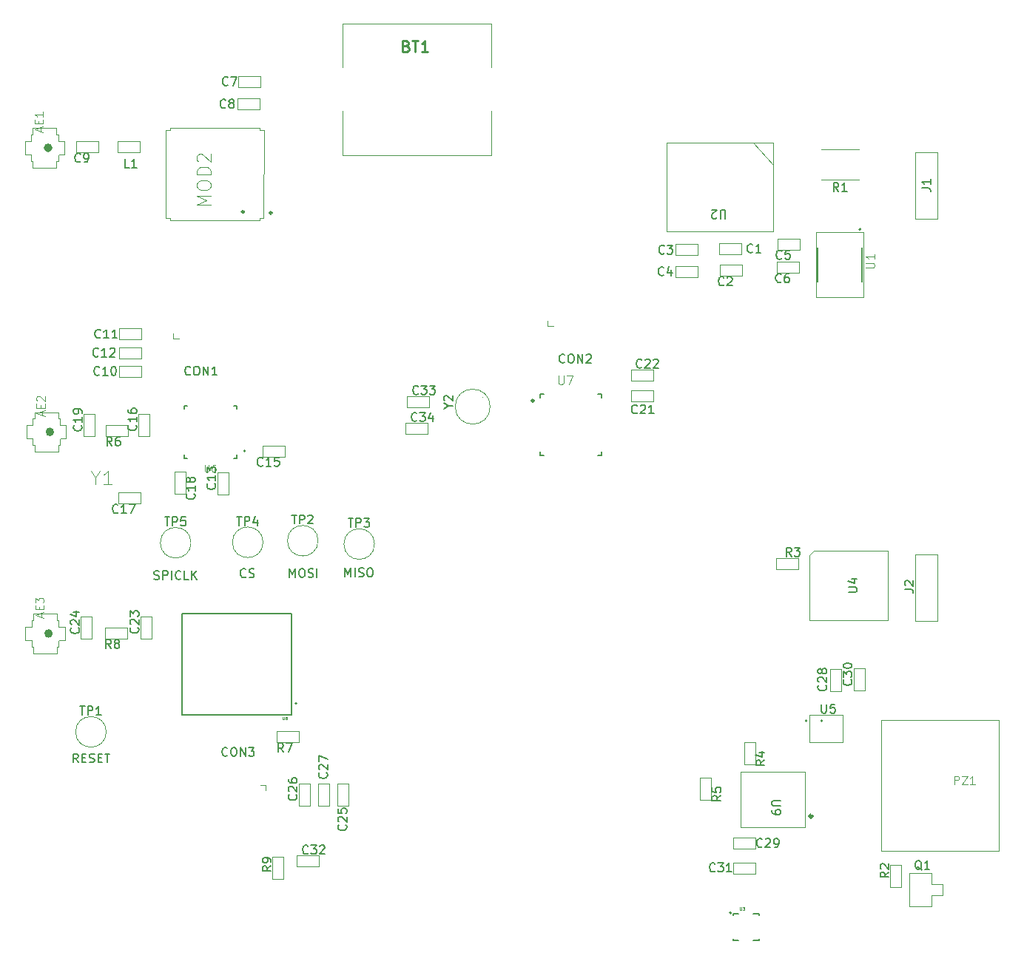
<source format=gbr>
%TF.GenerationSoftware,KiCad,Pcbnew,(5.99.0-10506-gb986797469)*%
%TF.CreationDate,2021-05-21T07:21:06+01:00*%
%TF.ProjectId,LoRa tracker,4c6f5261-2074-4726-9163-6b65722e6b69,rev?*%
%TF.SameCoordinates,Original*%
%TF.FileFunction,Legend,Top*%
%TF.FilePolarity,Positive*%
%FSLAX46Y46*%
G04 Gerber Fmt 4.6, Leading zero omitted, Abs format (unit mm)*
G04 Created by KiCad (PCBNEW (5.99.0-10506-gb986797469)) date 2021-05-21 07:21:06*
%MOMM*%
%LPD*%
G01*
G04 APERTURE LIST*
%ADD10C,0.150000*%
%ADD11C,0.015000*%
%ADD12C,0.254000*%
%ADD13C,0.120000*%
%ADD14C,0.127000*%
%ADD15C,0.300000*%
%ADD16C,0.177800*%
%ADD17C,0.472311*%
%ADD18C,0.200000*%
%ADD19C,0.342843*%
%ADD20C,0.160000*%
%ADD21C,0.100000*%
%ADD22C,0.242809*%
G04 APERTURE END LIST*
D10*
%TO.C,CON3*%
X118910714Y-171277142D02*
X118863095Y-171324761D01*
X118720238Y-171372380D01*
X118625000Y-171372380D01*
X118482142Y-171324761D01*
X118386904Y-171229523D01*
X118339285Y-171134285D01*
X118291666Y-170943809D01*
X118291666Y-170800952D01*
X118339285Y-170610476D01*
X118386904Y-170515238D01*
X118482142Y-170420000D01*
X118625000Y-170372380D01*
X118720238Y-170372380D01*
X118863095Y-170420000D01*
X118910714Y-170467619D01*
X119529761Y-170372380D02*
X119720238Y-170372380D01*
X119815476Y-170420000D01*
X119910714Y-170515238D01*
X119958333Y-170705714D01*
X119958333Y-171039047D01*
X119910714Y-171229523D01*
X119815476Y-171324761D01*
X119720238Y-171372380D01*
X119529761Y-171372380D01*
X119434523Y-171324761D01*
X119339285Y-171229523D01*
X119291666Y-171039047D01*
X119291666Y-170705714D01*
X119339285Y-170515238D01*
X119434523Y-170420000D01*
X119529761Y-170372380D01*
X120386904Y-171372380D02*
X120386904Y-170372380D01*
X120958333Y-171372380D01*
X120958333Y-170372380D01*
X121339285Y-170372380D02*
X121958333Y-170372380D01*
X121625000Y-170753333D01*
X121767857Y-170753333D01*
X121863095Y-170800952D01*
X121910714Y-170848571D01*
X121958333Y-170943809D01*
X121958333Y-171181904D01*
X121910714Y-171277142D01*
X121863095Y-171324761D01*
X121767857Y-171372380D01*
X121482142Y-171372380D01*
X121386904Y-171324761D01*
X121339285Y-171277142D01*
D11*
%TO.C,U7*%
X156791552Y-127790251D02*
X156791552Y-128602472D01*
X156839330Y-128698027D01*
X156887107Y-128745805D01*
X156982663Y-128793582D01*
X157173773Y-128793582D01*
X157269329Y-128745805D01*
X157317106Y-128698027D01*
X157364884Y-128602472D01*
X157364884Y-127790251D01*
X157747105Y-127790251D02*
X158415993Y-127790251D01*
X157985994Y-128793582D01*
D10*
%TO.C,C7*%
X118943333Y-94467142D02*
X118895714Y-94514761D01*
X118752857Y-94562380D01*
X118657619Y-94562380D01*
X118514761Y-94514761D01*
X118419523Y-94419523D01*
X118371904Y-94324285D01*
X118324285Y-94133809D01*
X118324285Y-93990952D01*
X118371904Y-93800476D01*
X118419523Y-93705238D01*
X118514761Y-93610000D01*
X118657619Y-93562380D01*
X118752857Y-93562380D01*
X118895714Y-93610000D01*
X118943333Y-93657619D01*
X119276666Y-93562380D02*
X119943333Y-93562380D01*
X119514761Y-94562380D01*
%TO.C,C10*%
X104247142Y-127647142D02*
X104199523Y-127694761D01*
X104056666Y-127742380D01*
X103961428Y-127742380D01*
X103818571Y-127694761D01*
X103723333Y-127599523D01*
X103675714Y-127504285D01*
X103628095Y-127313809D01*
X103628095Y-127170952D01*
X103675714Y-126980476D01*
X103723333Y-126885238D01*
X103818571Y-126790000D01*
X103961428Y-126742380D01*
X104056666Y-126742380D01*
X104199523Y-126790000D01*
X104247142Y-126837619D01*
X105199523Y-127742380D02*
X104628095Y-127742380D01*
X104913809Y-127742380D02*
X104913809Y-126742380D01*
X104818571Y-126885238D01*
X104723333Y-126980476D01*
X104628095Y-127028095D01*
X105818571Y-126742380D02*
X105913809Y-126742380D01*
X106009047Y-126790000D01*
X106056666Y-126837619D01*
X106104285Y-126932857D01*
X106151904Y-127123333D01*
X106151904Y-127361428D01*
X106104285Y-127551904D01*
X106056666Y-127647142D01*
X106009047Y-127694761D01*
X105913809Y-127742380D01*
X105818571Y-127742380D01*
X105723333Y-127694761D01*
X105675714Y-127647142D01*
X105628095Y-127551904D01*
X105580476Y-127361428D01*
X105580476Y-127123333D01*
X105628095Y-126932857D01*
X105675714Y-126837619D01*
X105723333Y-126790000D01*
X105818571Y-126742380D01*
%TO.C,C27*%
X130257142Y-173272857D02*
X130304761Y-173320476D01*
X130352380Y-173463333D01*
X130352380Y-173558571D01*
X130304761Y-173701428D01*
X130209523Y-173796666D01*
X130114285Y-173844285D01*
X129923809Y-173891904D01*
X129780952Y-173891904D01*
X129590476Y-173844285D01*
X129495238Y-173796666D01*
X129400000Y-173701428D01*
X129352380Y-173558571D01*
X129352380Y-173463333D01*
X129400000Y-173320476D01*
X129447619Y-173272857D01*
X129447619Y-172891904D02*
X129400000Y-172844285D01*
X129352380Y-172749047D01*
X129352380Y-172510952D01*
X129400000Y-172415714D01*
X129447619Y-172368095D01*
X129542857Y-172320476D01*
X129638095Y-172320476D01*
X129780952Y-172368095D01*
X130352380Y-172939523D01*
X130352380Y-172320476D01*
X129352380Y-171987142D02*
X129352380Y-171320476D01*
X130352380Y-171749047D01*
%TO.C,TP2*%
X126258095Y-143744380D02*
X126829523Y-143744380D01*
X126543809Y-144744380D02*
X126543809Y-143744380D01*
X127162857Y-144744380D02*
X127162857Y-143744380D01*
X127543809Y-143744380D01*
X127639047Y-143792000D01*
X127686666Y-143839619D01*
X127734285Y-143934857D01*
X127734285Y-144077714D01*
X127686666Y-144172952D01*
X127639047Y-144220571D01*
X127543809Y-144268190D01*
X127162857Y-144268190D01*
X128115238Y-143839619D02*
X128162857Y-143792000D01*
X128258095Y-143744380D01*
X128496190Y-143744380D01*
X128591428Y-143792000D01*
X128639047Y-143839619D01*
X128686666Y-143934857D01*
X128686666Y-144030095D01*
X128639047Y-144172952D01*
X128067619Y-144744380D01*
X128686666Y-144744380D01*
X126008571Y-150872380D02*
X126008571Y-149872380D01*
X126341904Y-150586666D01*
X126675238Y-149872380D01*
X126675238Y-150872380D01*
X127341904Y-149872380D02*
X127532380Y-149872380D01*
X127627619Y-149920000D01*
X127722857Y-150015238D01*
X127770476Y-150205714D01*
X127770476Y-150539047D01*
X127722857Y-150729523D01*
X127627619Y-150824761D01*
X127532380Y-150872380D01*
X127341904Y-150872380D01*
X127246666Y-150824761D01*
X127151428Y-150729523D01*
X127103809Y-150539047D01*
X127103809Y-150205714D01*
X127151428Y-150015238D01*
X127246666Y-149920000D01*
X127341904Y-149872380D01*
X128151428Y-150824761D02*
X128294285Y-150872380D01*
X128532380Y-150872380D01*
X128627619Y-150824761D01*
X128675238Y-150777142D01*
X128722857Y-150681904D01*
X128722857Y-150586666D01*
X128675238Y-150491428D01*
X128627619Y-150443809D01*
X128532380Y-150396190D01*
X128341904Y-150348571D01*
X128246666Y-150300952D01*
X128199047Y-150253333D01*
X128151428Y-150158095D01*
X128151428Y-150062857D01*
X128199047Y-149967619D01*
X128246666Y-149920000D01*
X128341904Y-149872380D01*
X128580000Y-149872380D01*
X128722857Y-149920000D01*
X129151428Y-150872380D02*
X129151428Y-149872380D01*
D11*
%TO.C,U3*%
X177570995Y-188667557D02*
X177570995Y-188927059D01*
X177586259Y-188957589D01*
X177601524Y-188972853D01*
X177632054Y-188988118D01*
X177693113Y-188988118D01*
X177723643Y-188972853D01*
X177738907Y-188957589D01*
X177754172Y-188927059D01*
X177754172Y-188667557D01*
X177876291Y-188667557D02*
X178074733Y-188667557D01*
X177967880Y-188789676D01*
X178013674Y-188789676D01*
X178044204Y-188804940D01*
X178059468Y-188820205D01*
X178074733Y-188850735D01*
X178074733Y-188927059D01*
X178059468Y-188957589D01*
X178044204Y-188972853D01*
X178013674Y-188988118D01*
X177922085Y-188988118D01*
X177891556Y-188972853D01*
X177876291Y-188957589D01*
D10*
%TO.C,C5*%
X182333333Y-114347142D02*
X182285714Y-114394761D01*
X182142857Y-114442380D01*
X182047619Y-114442380D01*
X181904761Y-114394761D01*
X181809523Y-114299523D01*
X181761904Y-114204285D01*
X181714285Y-114013809D01*
X181714285Y-113870952D01*
X181761904Y-113680476D01*
X181809523Y-113585238D01*
X181904761Y-113490000D01*
X182047619Y-113442380D01*
X182142857Y-113442380D01*
X182285714Y-113490000D01*
X182333333Y-113537619D01*
X183238095Y-113442380D02*
X182761904Y-113442380D01*
X182714285Y-113918571D01*
X182761904Y-113870952D01*
X182857142Y-113823333D01*
X183095238Y-113823333D01*
X183190476Y-113870952D01*
X183238095Y-113918571D01*
X183285714Y-114013809D01*
X183285714Y-114251904D01*
X183238095Y-114347142D01*
X183190476Y-114394761D01*
X183095238Y-114442380D01*
X182857142Y-114442380D01*
X182761904Y-114394761D01*
X182714285Y-114347142D01*
%TO.C,C21*%
X165787142Y-132037142D02*
X165739523Y-132084761D01*
X165596666Y-132132380D01*
X165501428Y-132132380D01*
X165358571Y-132084761D01*
X165263333Y-131989523D01*
X165215714Y-131894285D01*
X165168095Y-131703809D01*
X165168095Y-131560952D01*
X165215714Y-131370476D01*
X165263333Y-131275238D01*
X165358571Y-131180000D01*
X165501428Y-131132380D01*
X165596666Y-131132380D01*
X165739523Y-131180000D01*
X165787142Y-131227619D01*
X166168095Y-131227619D02*
X166215714Y-131180000D01*
X166310952Y-131132380D01*
X166549047Y-131132380D01*
X166644285Y-131180000D01*
X166691904Y-131227619D01*
X166739523Y-131322857D01*
X166739523Y-131418095D01*
X166691904Y-131560952D01*
X166120476Y-132132380D01*
X166739523Y-132132380D01*
X167691904Y-132132380D02*
X167120476Y-132132380D01*
X167406190Y-132132380D02*
X167406190Y-131132380D01*
X167310952Y-131275238D01*
X167215714Y-131370476D01*
X167120476Y-131418095D01*
D11*
%TO.C,AE3*%
X97597480Y-155422362D02*
X97597480Y-154972418D01*
X97867446Y-155512351D02*
X96922564Y-155197390D01*
X97867446Y-154882429D01*
X97372508Y-154567469D02*
X97372508Y-154252508D01*
X97867446Y-154117525D02*
X97867446Y-154567469D01*
X96922564Y-154567469D01*
X96922564Y-154117525D01*
X96922564Y-153802564D02*
X96922564Y-153217637D01*
X97282519Y-153532598D01*
X97282519Y-153397615D01*
X97327514Y-153307626D01*
X97372508Y-153262632D01*
X97462497Y-153217637D01*
X97687469Y-153217637D01*
X97777457Y-153262632D01*
X97822452Y-153307626D01*
X97867446Y-153397615D01*
X97867446Y-153667581D01*
X97822452Y-153757570D01*
X97777457Y-153802564D01*
D10*
%TO.C,J2*%
X196387380Y-152248333D02*
X197101666Y-152248333D01*
X197244523Y-152295952D01*
X197339761Y-152391190D01*
X197387380Y-152534047D01*
X197387380Y-152629285D01*
X196482619Y-151819761D02*
X196435000Y-151772142D01*
X196387380Y-151676904D01*
X196387380Y-151438809D01*
X196435000Y-151343571D01*
X196482619Y-151295952D01*
X196577857Y-151248333D01*
X196673095Y-151248333D01*
X196815952Y-151295952D01*
X197387380Y-151867380D01*
X197387380Y-151248333D01*
%TO.C,L1*%
X107673333Y-103952380D02*
X107197142Y-103952380D01*
X107197142Y-102952380D01*
X108530476Y-103952380D02*
X107959047Y-103952380D01*
X108244761Y-103952380D02*
X108244761Y-102952380D01*
X108149523Y-103095238D01*
X108054285Y-103190476D01*
X107959047Y-103238095D01*
D11*
%TO.C,U6*%
X116320476Y-137989904D02*
X116320476Y-138637523D01*
X116358571Y-138713714D01*
X116396666Y-138751809D01*
X116472857Y-138789904D01*
X116625238Y-138789904D01*
X116701428Y-138751809D01*
X116739523Y-138713714D01*
X116777619Y-138637523D01*
X116777619Y-137989904D01*
X117501428Y-137989904D02*
X117349047Y-137989904D01*
X117272857Y-138028000D01*
X117234761Y-138066095D01*
X117158571Y-138180380D01*
X117120476Y-138332761D01*
X117120476Y-138637523D01*
X117158571Y-138713714D01*
X117196666Y-138751809D01*
X117272857Y-138789904D01*
X117425238Y-138789904D01*
X117501428Y-138751809D01*
X117539523Y-138713714D01*
X117577619Y-138637523D01*
X117577619Y-138447047D01*
X117539523Y-138370857D01*
X117501428Y-138332761D01*
X117425238Y-138294666D01*
X117272857Y-138294666D01*
X117196666Y-138332761D01*
X117158571Y-138370857D01*
X117120476Y-138447047D01*
D10*
%TO.C,C15*%
X122942142Y-138052142D02*
X122894523Y-138099761D01*
X122751666Y-138147380D01*
X122656428Y-138147380D01*
X122513571Y-138099761D01*
X122418333Y-138004523D01*
X122370714Y-137909285D01*
X122323095Y-137718809D01*
X122323095Y-137575952D01*
X122370714Y-137385476D01*
X122418333Y-137290238D01*
X122513571Y-137195000D01*
X122656428Y-137147380D01*
X122751666Y-137147380D01*
X122894523Y-137195000D01*
X122942142Y-137242619D01*
X123894523Y-138147380D02*
X123323095Y-138147380D01*
X123608809Y-138147380D02*
X123608809Y-137147380D01*
X123513571Y-137290238D01*
X123418333Y-137385476D01*
X123323095Y-137433095D01*
X124799285Y-137147380D02*
X124323095Y-137147380D01*
X124275476Y-137623571D01*
X124323095Y-137575952D01*
X124418333Y-137528333D01*
X124656428Y-137528333D01*
X124751666Y-137575952D01*
X124799285Y-137623571D01*
X124846904Y-137718809D01*
X124846904Y-137956904D01*
X124799285Y-138052142D01*
X124751666Y-138099761D01*
X124656428Y-138147380D01*
X124418333Y-138147380D01*
X124323095Y-138099761D01*
X124275476Y-138052142D01*
%TO.C,R9*%
X123896380Y-183940666D02*
X123420190Y-184274000D01*
X123896380Y-184512095D02*
X122896380Y-184512095D01*
X122896380Y-184131142D01*
X122944000Y-184035904D01*
X122991619Y-183988285D01*
X123086857Y-183940666D01*
X123229714Y-183940666D01*
X123324952Y-183988285D01*
X123372571Y-184035904D01*
X123420190Y-184131142D01*
X123420190Y-184512095D01*
X123896380Y-183464476D02*
X123896380Y-183274000D01*
X123848761Y-183178761D01*
X123801142Y-183131142D01*
X123658285Y-183035904D01*
X123467809Y-182988285D01*
X123086857Y-182988285D01*
X122991619Y-183035904D01*
X122944000Y-183083523D01*
X122896380Y-183178761D01*
X122896380Y-183369238D01*
X122944000Y-183464476D01*
X122991619Y-183512095D01*
X123086857Y-183559714D01*
X123324952Y-183559714D01*
X123420190Y-183512095D01*
X123467809Y-183464476D01*
X123515428Y-183369238D01*
X123515428Y-183178761D01*
X123467809Y-183083523D01*
X123420190Y-183035904D01*
X123324952Y-182988285D01*
%TO.C,C31*%
X174697142Y-184507142D02*
X174649523Y-184554761D01*
X174506666Y-184602380D01*
X174411428Y-184602380D01*
X174268571Y-184554761D01*
X174173333Y-184459523D01*
X174125714Y-184364285D01*
X174078095Y-184173809D01*
X174078095Y-184030952D01*
X174125714Y-183840476D01*
X174173333Y-183745238D01*
X174268571Y-183650000D01*
X174411428Y-183602380D01*
X174506666Y-183602380D01*
X174649523Y-183650000D01*
X174697142Y-183697619D01*
X175030476Y-183602380D02*
X175649523Y-183602380D01*
X175316190Y-183983333D01*
X175459047Y-183983333D01*
X175554285Y-184030952D01*
X175601904Y-184078571D01*
X175649523Y-184173809D01*
X175649523Y-184411904D01*
X175601904Y-184507142D01*
X175554285Y-184554761D01*
X175459047Y-184602380D01*
X175173333Y-184602380D01*
X175078095Y-184554761D01*
X175030476Y-184507142D01*
X176601904Y-184602380D02*
X176030476Y-184602380D01*
X176316190Y-184602380D02*
X176316190Y-183602380D01*
X176220952Y-183745238D01*
X176125714Y-183840476D01*
X176030476Y-183888095D01*
%TO.C,Y2*%
X144196190Y-131256190D02*
X144672380Y-131256190D01*
X143672380Y-131589523D02*
X144196190Y-131256190D01*
X143672380Y-130922857D01*
X143767619Y-130637142D02*
X143720000Y-130589523D01*
X143672380Y-130494285D01*
X143672380Y-130256190D01*
X143720000Y-130160952D01*
X143767619Y-130113333D01*
X143862857Y-130065714D01*
X143958095Y-130065714D01*
X144100952Y-130113333D01*
X144672380Y-130684761D01*
X144672380Y-130065714D01*
%TO.C,U9*%
X182206197Y-176473095D02*
X181396673Y-176473095D01*
X181301435Y-176520714D01*
X181253816Y-176568333D01*
X181206197Y-176663571D01*
X181206197Y-176854047D01*
X181253816Y-176949285D01*
X181301435Y-176996904D01*
X181396673Y-177044523D01*
X182206197Y-177044523D01*
X181206197Y-177568333D02*
X181206197Y-177758809D01*
X181253816Y-177854047D01*
X181301435Y-177901666D01*
X181444292Y-177996904D01*
X181634768Y-178044523D01*
X182015720Y-178044523D01*
X182110958Y-177996904D01*
X182158578Y-177949285D01*
X182206197Y-177854047D01*
X182206197Y-177663571D01*
X182158578Y-177568333D01*
X182110958Y-177520714D01*
X182015720Y-177473095D01*
X181777625Y-177473095D01*
X181682387Y-177520714D01*
X181634768Y-177568333D01*
X181587149Y-177663571D01*
X181587149Y-177854047D01*
X181634768Y-177949285D01*
X181682387Y-177996904D01*
X181777625Y-178044523D01*
%TO.C,C11*%
X104377142Y-123387142D02*
X104329523Y-123434761D01*
X104186666Y-123482380D01*
X104091428Y-123482380D01*
X103948571Y-123434761D01*
X103853333Y-123339523D01*
X103805714Y-123244285D01*
X103758095Y-123053809D01*
X103758095Y-122910952D01*
X103805714Y-122720476D01*
X103853333Y-122625238D01*
X103948571Y-122530000D01*
X104091428Y-122482380D01*
X104186666Y-122482380D01*
X104329523Y-122530000D01*
X104377142Y-122577619D01*
X105329523Y-123482380D02*
X104758095Y-123482380D01*
X105043809Y-123482380D02*
X105043809Y-122482380D01*
X104948571Y-122625238D01*
X104853333Y-122720476D01*
X104758095Y-122768095D01*
X106281904Y-123482380D02*
X105710476Y-123482380D01*
X105996190Y-123482380D02*
X105996190Y-122482380D01*
X105900952Y-122625238D01*
X105805714Y-122720476D01*
X105710476Y-122768095D01*
%TO.C,C18*%
X115102142Y-141327857D02*
X115149761Y-141375476D01*
X115197380Y-141518333D01*
X115197380Y-141613571D01*
X115149761Y-141756428D01*
X115054523Y-141851666D01*
X114959285Y-141899285D01*
X114768809Y-141946904D01*
X114625952Y-141946904D01*
X114435476Y-141899285D01*
X114340238Y-141851666D01*
X114245000Y-141756428D01*
X114197380Y-141613571D01*
X114197380Y-141518333D01*
X114245000Y-141375476D01*
X114292619Y-141327857D01*
X115197380Y-140375476D02*
X115197380Y-140946904D01*
X115197380Y-140661190D02*
X114197380Y-140661190D01*
X114340238Y-140756428D01*
X114435476Y-140851666D01*
X114483095Y-140946904D01*
X114625952Y-139804047D02*
X114578333Y-139899285D01*
X114530714Y-139946904D01*
X114435476Y-139994523D01*
X114387857Y-139994523D01*
X114292619Y-139946904D01*
X114245000Y-139899285D01*
X114197380Y-139804047D01*
X114197380Y-139613571D01*
X114245000Y-139518333D01*
X114292619Y-139470714D01*
X114387857Y-139423095D01*
X114435476Y-139423095D01*
X114530714Y-139470714D01*
X114578333Y-139518333D01*
X114625952Y-139613571D01*
X114625952Y-139804047D01*
X114673571Y-139899285D01*
X114721190Y-139946904D01*
X114816428Y-139994523D01*
X115006904Y-139994523D01*
X115102142Y-139946904D01*
X115149761Y-139899285D01*
X115197380Y-139804047D01*
X115197380Y-139613571D01*
X115149761Y-139518333D01*
X115102142Y-139470714D01*
X115006904Y-139423095D01*
X114816428Y-139423095D01*
X114721190Y-139470714D01*
X114673571Y-139518333D01*
X114625952Y-139613571D01*
%TO.C,R2*%
X194592380Y-184646666D02*
X194116190Y-184980000D01*
X194592380Y-185218095D02*
X193592380Y-185218095D01*
X193592380Y-184837142D01*
X193640000Y-184741904D01*
X193687619Y-184694285D01*
X193782857Y-184646666D01*
X193925714Y-184646666D01*
X194020952Y-184694285D01*
X194068571Y-184741904D01*
X194116190Y-184837142D01*
X194116190Y-185218095D01*
X193687619Y-184265714D02*
X193640000Y-184218095D01*
X193592380Y-184122857D01*
X193592380Y-183884761D01*
X193640000Y-183789523D01*
X193687619Y-183741904D01*
X193782857Y-183694285D01*
X193878095Y-183694285D01*
X194020952Y-183741904D01*
X194592380Y-184313333D01*
X194592380Y-183694285D01*
%TO.C,C19*%
X102172142Y-133477857D02*
X102219761Y-133525476D01*
X102267380Y-133668333D01*
X102267380Y-133763571D01*
X102219761Y-133906428D01*
X102124523Y-134001666D01*
X102029285Y-134049285D01*
X101838809Y-134096904D01*
X101695952Y-134096904D01*
X101505476Y-134049285D01*
X101410238Y-134001666D01*
X101315000Y-133906428D01*
X101267380Y-133763571D01*
X101267380Y-133668333D01*
X101315000Y-133525476D01*
X101362619Y-133477857D01*
X102267380Y-132525476D02*
X102267380Y-133096904D01*
X102267380Y-132811190D02*
X101267380Y-132811190D01*
X101410238Y-132906428D01*
X101505476Y-133001666D01*
X101553095Y-133096904D01*
X102267380Y-132049285D02*
X102267380Y-131858809D01*
X102219761Y-131763571D01*
X102172142Y-131715952D01*
X102029285Y-131620714D01*
X101838809Y-131573095D01*
X101457857Y-131573095D01*
X101362619Y-131620714D01*
X101315000Y-131668333D01*
X101267380Y-131763571D01*
X101267380Y-131954047D01*
X101315000Y-132049285D01*
X101362619Y-132096904D01*
X101457857Y-132144523D01*
X101695952Y-132144523D01*
X101791190Y-132096904D01*
X101838809Y-132049285D01*
X101886428Y-131954047D01*
X101886428Y-131763571D01*
X101838809Y-131668333D01*
X101791190Y-131620714D01*
X101695952Y-131573095D01*
D11*
%TO.C,PZ1*%
X202102643Y-174577446D02*
X202102643Y-173632564D01*
X202462598Y-173632564D01*
X202552587Y-173677559D01*
X202597581Y-173722553D01*
X202642575Y-173812542D01*
X202642575Y-173947525D01*
X202597581Y-174037514D01*
X202552587Y-174082508D01*
X202462598Y-174127502D01*
X202102643Y-174127502D01*
X202957536Y-173632564D02*
X203587457Y-173632564D01*
X202957536Y-174577446D01*
X203587457Y-174577446D01*
X204442351Y-174577446D02*
X203902418Y-174577446D01*
X204172384Y-174577446D02*
X204172384Y-173632564D01*
X204082396Y-173767547D01*
X203992407Y-173857536D01*
X203902418Y-173902530D01*
D10*
%TO.C,Q1*%
X198344761Y-184417619D02*
X198249523Y-184370000D01*
X198154285Y-184274761D01*
X198011428Y-184131904D01*
X197916190Y-184084285D01*
X197820952Y-184084285D01*
X197868571Y-184322380D02*
X197773333Y-184274761D01*
X197678095Y-184179523D01*
X197630476Y-183989047D01*
X197630476Y-183655714D01*
X197678095Y-183465238D01*
X197773333Y-183370000D01*
X197868571Y-183322380D01*
X198059047Y-183322380D01*
X198154285Y-183370000D01*
X198249523Y-183465238D01*
X198297142Y-183655714D01*
X198297142Y-183989047D01*
X198249523Y-184179523D01*
X198154285Y-184274761D01*
X198059047Y-184322380D01*
X197868571Y-184322380D01*
X199249523Y-184322380D02*
X198678095Y-184322380D01*
X198963809Y-184322380D02*
X198963809Y-183322380D01*
X198868571Y-183465238D01*
X198773333Y-183560476D01*
X198678095Y-183608095D01*
%TO.C,U5*%
X186881595Y-165431880D02*
X186881595Y-166241404D01*
X186929214Y-166336642D01*
X186976833Y-166384261D01*
X187072071Y-166431880D01*
X187262547Y-166431880D01*
X187357785Y-166384261D01*
X187405404Y-166336642D01*
X187453023Y-166241404D01*
X187453023Y-165431880D01*
X188405404Y-165431880D02*
X187929214Y-165431880D01*
X187881595Y-165908071D01*
X187929214Y-165860452D01*
X188024452Y-165812833D01*
X188262547Y-165812833D01*
X188357785Y-165860452D01*
X188405404Y-165908071D01*
X188453023Y-166003309D01*
X188453023Y-166241404D01*
X188405404Y-166336642D01*
X188357785Y-166384261D01*
X188262547Y-166431880D01*
X188024452Y-166431880D01*
X187929214Y-166384261D01*
X187881595Y-166336642D01*
%TO.C,U4*%
X189962380Y-152571904D02*
X190771904Y-152571904D01*
X190867142Y-152524285D01*
X190914761Y-152476666D01*
X190962380Y-152381428D01*
X190962380Y-152190952D01*
X190914761Y-152095714D01*
X190867142Y-152048095D01*
X190771904Y-152000476D01*
X189962380Y-152000476D01*
X190295714Y-151095714D02*
X190962380Y-151095714D01*
X189914761Y-151333809D02*
X190629047Y-151571904D01*
X190629047Y-150952857D01*
%TO.C,R6*%
X105697333Y-135802380D02*
X105364000Y-135326190D01*
X105125904Y-135802380D02*
X105125904Y-134802380D01*
X105506857Y-134802380D01*
X105602095Y-134850000D01*
X105649714Y-134897619D01*
X105697333Y-134992857D01*
X105697333Y-135135714D01*
X105649714Y-135230952D01*
X105602095Y-135278571D01*
X105506857Y-135326190D01*
X105125904Y-135326190D01*
X106554476Y-134802380D02*
X106364000Y-134802380D01*
X106268761Y-134850000D01*
X106221142Y-134897619D01*
X106125904Y-135040476D01*
X106078285Y-135230952D01*
X106078285Y-135611904D01*
X106125904Y-135707142D01*
X106173523Y-135754761D01*
X106268761Y-135802380D01*
X106459238Y-135802380D01*
X106554476Y-135754761D01*
X106602095Y-135707142D01*
X106649714Y-135611904D01*
X106649714Y-135373809D01*
X106602095Y-135278571D01*
X106554476Y-135230952D01*
X106459238Y-135183333D01*
X106268761Y-135183333D01*
X106173523Y-135230952D01*
X106125904Y-135278571D01*
X106078285Y-135373809D01*
%TO.C,C26*%
X126767142Y-175772857D02*
X126814761Y-175820476D01*
X126862380Y-175963333D01*
X126862380Y-176058571D01*
X126814761Y-176201428D01*
X126719523Y-176296666D01*
X126624285Y-176344285D01*
X126433809Y-176391904D01*
X126290952Y-176391904D01*
X126100476Y-176344285D01*
X126005238Y-176296666D01*
X125910000Y-176201428D01*
X125862380Y-176058571D01*
X125862380Y-175963333D01*
X125910000Y-175820476D01*
X125957619Y-175772857D01*
X125957619Y-175391904D02*
X125910000Y-175344285D01*
X125862380Y-175249047D01*
X125862380Y-175010952D01*
X125910000Y-174915714D01*
X125957619Y-174868095D01*
X126052857Y-174820476D01*
X126148095Y-174820476D01*
X126290952Y-174868095D01*
X126862380Y-175439523D01*
X126862380Y-174820476D01*
X125862380Y-173963333D02*
X125862380Y-174153809D01*
X125910000Y-174249047D01*
X125957619Y-174296666D01*
X126100476Y-174391904D01*
X126290952Y-174439523D01*
X126671904Y-174439523D01*
X126767142Y-174391904D01*
X126814761Y-174344285D01*
X126862380Y-174249047D01*
X126862380Y-174058571D01*
X126814761Y-173963333D01*
X126767142Y-173915714D01*
X126671904Y-173868095D01*
X126433809Y-173868095D01*
X126338571Y-173915714D01*
X126290952Y-173963333D01*
X126243333Y-174058571D01*
X126243333Y-174249047D01*
X126290952Y-174344285D01*
X126338571Y-174391904D01*
X126433809Y-174439523D01*
%TO.C,J1*%
X198352380Y-106283333D02*
X199066666Y-106283333D01*
X199209523Y-106330952D01*
X199304761Y-106426190D01*
X199352380Y-106569047D01*
X199352380Y-106664285D01*
X199352380Y-105283333D02*
X199352380Y-105854761D01*
X199352380Y-105569047D02*
X198352380Y-105569047D01*
X198495238Y-105664285D01*
X198590476Y-105759523D01*
X198638095Y-105854761D01*
%TO.C,C30*%
X190277142Y-162610014D02*
X190324761Y-162657633D01*
X190372380Y-162800490D01*
X190372380Y-162895728D01*
X190324761Y-163038585D01*
X190229523Y-163133823D01*
X190134285Y-163181442D01*
X189943809Y-163229061D01*
X189800952Y-163229061D01*
X189610476Y-163181442D01*
X189515238Y-163133823D01*
X189420000Y-163038585D01*
X189372380Y-162895728D01*
X189372380Y-162800490D01*
X189420000Y-162657633D01*
X189467619Y-162610014D01*
X189372380Y-162276680D02*
X189372380Y-161657633D01*
X189753333Y-161990966D01*
X189753333Y-161848109D01*
X189800952Y-161752871D01*
X189848571Y-161705252D01*
X189943809Y-161657633D01*
X190181904Y-161657633D01*
X190277142Y-161705252D01*
X190324761Y-161752871D01*
X190372380Y-161848109D01*
X190372380Y-162133823D01*
X190324761Y-162229061D01*
X190277142Y-162276680D01*
X189372380Y-161038585D02*
X189372380Y-160943347D01*
X189420000Y-160848109D01*
X189467619Y-160800490D01*
X189562857Y-160752871D01*
X189753333Y-160705252D01*
X189991428Y-160705252D01*
X190181904Y-160752871D01*
X190277142Y-160800490D01*
X190324761Y-160848109D01*
X190372380Y-160943347D01*
X190372380Y-161038585D01*
X190324761Y-161133823D01*
X190277142Y-161181442D01*
X190181904Y-161229061D01*
X189991428Y-161276680D01*
X189753333Y-161276680D01*
X189562857Y-161229061D01*
X189467619Y-161181442D01*
X189420000Y-161133823D01*
X189372380Y-161038585D01*
%TO.C,C6*%
X182263333Y-117017142D02*
X182215714Y-117064761D01*
X182072857Y-117112380D01*
X181977619Y-117112380D01*
X181834761Y-117064761D01*
X181739523Y-116969523D01*
X181691904Y-116874285D01*
X181644285Y-116683809D01*
X181644285Y-116540952D01*
X181691904Y-116350476D01*
X181739523Y-116255238D01*
X181834761Y-116160000D01*
X181977619Y-116112380D01*
X182072857Y-116112380D01*
X182215714Y-116160000D01*
X182263333Y-116207619D01*
X183120476Y-116112380D02*
X182930000Y-116112380D01*
X182834761Y-116160000D01*
X182787142Y-116207619D01*
X182691904Y-116350476D01*
X182644285Y-116540952D01*
X182644285Y-116921904D01*
X182691904Y-117017142D01*
X182739523Y-117064761D01*
X182834761Y-117112380D01*
X183025238Y-117112380D01*
X183120476Y-117064761D01*
X183168095Y-117017142D01*
X183215714Y-116921904D01*
X183215714Y-116683809D01*
X183168095Y-116588571D01*
X183120476Y-116540952D01*
X183025238Y-116493333D01*
X182834761Y-116493333D01*
X182739523Y-116540952D01*
X182691904Y-116588571D01*
X182644285Y-116683809D01*
%TO.C,CON2*%
X157500714Y-126227142D02*
X157453095Y-126274761D01*
X157310238Y-126322380D01*
X157215000Y-126322380D01*
X157072142Y-126274761D01*
X156976904Y-126179523D01*
X156929285Y-126084285D01*
X156881666Y-125893809D01*
X156881666Y-125750952D01*
X156929285Y-125560476D01*
X156976904Y-125465238D01*
X157072142Y-125370000D01*
X157215000Y-125322380D01*
X157310238Y-125322380D01*
X157453095Y-125370000D01*
X157500714Y-125417619D01*
X158119761Y-125322380D02*
X158310238Y-125322380D01*
X158405476Y-125370000D01*
X158500714Y-125465238D01*
X158548333Y-125655714D01*
X158548333Y-125989047D01*
X158500714Y-126179523D01*
X158405476Y-126274761D01*
X158310238Y-126322380D01*
X158119761Y-126322380D01*
X158024523Y-126274761D01*
X157929285Y-126179523D01*
X157881666Y-125989047D01*
X157881666Y-125655714D01*
X157929285Y-125465238D01*
X158024523Y-125370000D01*
X158119761Y-125322380D01*
X158976904Y-126322380D02*
X158976904Y-125322380D01*
X159548333Y-126322380D01*
X159548333Y-125322380D01*
X159976904Y-125417619D02*
X160024523Y-125370000D01*
X160119761Y-125322380D01*
X160357857Y-125322380D01*
X160453095Y-125370000D01*
X160500714Y-125417619D01*
X160548333Y-125512857D01*
X160548333Y-125608095D01*
X160500714Y-125750952D01*
X159929285Y-126322380D01*
X160548333Y-126322380D01*
%TO.C,U2*%
X175884904Y-109785619D02*
X175884904Y-108976095D01*
X175837285Y-108880857D01*
X175789666Y-108833238D01*
X175694428Y-108785619D01*
X175503952Y-108785619D01*
X175408714Y-108833238D01*
X175361095Y-108880857D01*
X175313476Y-108976095D01*
X175313476Y-109785619D01*
X174884904Y-109690380D02*
X174837285Y-109738000D01*
X174742047Y-109785619D01*
X174503952Y-109785619D01*
X174408714Y-109738000D01*
X174361095Y-109690380D01*
X174313476Y-109595142D01*
X174313476Y-109499904D01*
X174361095Y-109357047D01*
X174932523Y-108785619D01*
X174313476Y-108785619D01*
%TO.C,R5*%
X175367380Y-175871666D02*
X174891190Y-176205000D01*
X175367380Y-176443095D02*
X174367380Y-176443095D01*
X174367380Y-176062142D01*
X174415000Y-175966904D01*
X174462619Y-175919285D01*
X174557857Y-175871666D01*
X174700714Y-175871666D01*
X174795952Y-175919285D01*
X174843571Y-175966904D01*
X174891190Y-176062142D01*
X174891190Y-176443095D01*
X174367380Y-174966904D02*
X174367380Y-175443095D01*
X174843571Y-175490714D01*
X174795952Y-175443095D01*
X174748333Y-175347857D01*
X174748333Y-175109761D01*
X174795952Y-175014523D01*
X174843571Y-174966904D01*
X174938809Y-174919285D01*
X175176904Y-174919285D01*
X175272142Y-174966904D01*
X175319761Y-175014523D01*
X175367380Y-175109761D01*
X175367380Y-175347857D01*
X175319761Y-175443095D01*
X175272142Y-175490714D01*
%TO.C,C1*%
X179003333Y-113617142D02*
X178955714Y-113664761D01*
X178812857Y-113712380D01*
X178717619Y-113712380D01*
X178574761Y-113664761D01*
X178479523Y-113569523D01*
X178431904Y-113474285D01*
X178384285Y-113283809D01*
X178384285Y-113140952D01*
X178431904Y-112950476D01*
X178479523Y-112855238D01*
X178574761Y-112760000D01*
X178717619Y-112712380D01*
X178812857Y-112712380D01*
X178955714Y-112760000D01*
X179003333Y-112807619D01*
X179955714Y-113712380D02*
X179384285Y-113712380D01*
X179670000Y-113712380D02*
X179670000Y-112712380D01*
X179574761Y-112855238D01*
X179479523Y-112950476D01*
X179384285Y-112998095D01*
%TO.C,R7*%
X125309333Y-170886380D02*
X124976000Y-170410190D01*
X124737904Y-170886380D02*
X124737904Y-169886380D01*
X125118857Y-169886380D01*
X125214095Y-169934000D01*
X125261714Y-169981619D01*
X125309333Y-170076857D01*
X125309333Y-170219714D01*
X125261714Y-170314952D01*
X125214095Y-170362571D01*
X125118857Y-170410190D01*
X124737904Y-170410190D01*
X125642666Y-169886380D02*
X126309333Y-169886380D01*
X125880761Y-170886380D01*
%TO.C,C25*%
X132460142Y-179237857D02*
X132507761Y-179285476D01*
X132555380Y-179428333D01*
X132555380Y-179523571D01*
X132507761Y-179666428D01*
X132412523Y-179761666D01*
X132317285Y-179809285D01*
X132126809Y-179856904D01*
X131983952Y-179856904D01*
X131793476Y-179809285D01*
X131698238Y-179761666D01*
X131603000Y-179666428D01*
X131555380Y-179523571D01*
X131555380Y-179428333D01*
X131603000Y-179285476D01*
X131650619Y-179237857D01*
X131650619Y-178856904D02*
X131603000Y-178809285D01*
X131555380Y-178714047D01*
X131555380Y-178475952D01*
X131603000Y-178380714D01*
X131650619Y-178333095D01*
X131745857Y-178285476D01*
X131841095Y-178285476D01*
X131983952Y-178333095D01*
X132555380Y-178904523D01*
X132555380Y-178285476D01*
X131555380Y-177380714D02*
X131555380Y-177856904D01*
X132031571Y-177904523D01*
X131983952Y-177856904D01*
X131936333Y-177761666D01*
X131936333Y-177523571D01*
X131983952Y-177428333D01*
X132031571Y-177380714D01*
X132126809Y-177333095D01*
X132364904Y-177333095D01*
X132460142Y-177380714D01*
X132507761Y-177428333D01*
X132555380Y-177523571D01*
X132555380Y-177761666D01*
X132507761Y-177856904D01*
X132460142Y-177904523D01*
%TO.C,C24*%
X101867142Y-156682857D02*
X101914761Y-156730476D01*
X101962380Y-156873333D01*
X101962380Y-156968571D01*
X101914761Y-157111428D01*
X101819523Y-157206666D01*
X101724285Y-157254285D01*
X101533809Y-157301904D01*
X101390952Y-157301904D01*
X101200476Y-157254285D01*
X101105238Y-157206666D01*
X101010000Y-157111428D01*
X100962380Y-156968571D01*
X100962380Y-156873333D01*
X101010000Y-156730476D01*
X101057619Y-156682857D01*
X101057619Y-156301904D02*
X101010000Y-156254285D01*
X100962380Y-156159047D01*
X100962380Y-155920952D01*
X101010000Y-155825714D01*
X101057619Y-155778095D01*
X101152857Y-155730476D01*
X101248095Y-155730476D01*
X101390952Y-155778095D01*
X101962380Y-156349523D01*
X101962380Y-155730476D01*
X101295714Y-154873333D02*
X101962380Y-154873333D01*
X100914761Y-155111428D02*
X101629047Y-155349523D01*
X101629047Y-154730476D01*
D11*
%TO.C,U1*%
X191959380Y-115436904D02*
X192768904Y-115436904D01*
X192864142Y-115389285D01*
X192911761Y-115341666D01*
X192959380Y-115246428D01*
X192959380Y-115055952D01*
X192911761Y-114960714D01*
X192864142Y-114913095D01*
X192768904Y-114865476D01*
X191959380Y-114865476D01*
X192959380Y-113865476D02*
X192959380Y-114436904D01*
X192959380Y-114151190D02*
X191959380Y-114151190D01*
X192102238Y-114246428D01*
X192197476Y-114341666D01*
X192245095Y-114436904D01*
D10*
%TO.C,R8*%
X105597333Y-159012380D02*
X105264000Y-158536190D01*
X105025904Y-159012380D02*
X105025904Y-158012380D01*
X105406857Y-158012380D01*
X105502095Y-158060000D01*
X105549714Y-158107619D01*
X105597333Y-158202857D01*
X105597333Y-158345714D01*
X105549714Y-158440952D01*
X105502095Y-158488571D01*
X105406857Y-158536190D01*
X105025904Y-158536190D01*
X106168761Y-158440952D02*
X106073523Y-158393333D01*
X106025904Y-158345714D01*
X105978285Y-158250476D01*
X105978285Y-158202857D01*
X106025904Y-158107619D01*
X106073523Y-158060000D01*
X106168761Y-158012380D01*
X106359238Y-158012380D01*
X106454476Y-158060000D01*
X106502095Y-158107619D01*
X106549714Y-158202857D01*
X106549714Y-158250476D01*
X106502095Y-158345714D01*
X106454476Y-158393333D01*
X106359238Y-158440952D01*
X106168761Y-158440952D01*
X106073523Y-158488571D01*
X106025904Y-158536190D01*
X105978285Y-158631428D01*
X105978285Y-158821904D01*
X106025904Y-158917142D01*
X106073523Y-158964761D01*
X106168761Y-159012380D01*
X106359238Y-159012380D01*
X106454476Y-158964761D01*
X106502095Y-158917142D01*
X106549714Y-158821904D01*
X106549714Y-158631428D01*
X106502095Y-158536190D01*
X106454476Y-158488571D01*
X106359238Y-158440952D01*
D11*
%TO.C,Y1*%
X103800093Y-139496113D02*
X103800093Y-140246019D01*
X103275159Y-138671216D02*
X103800093Y-139496113D01*
X104325028Y-138671216D01*
X105674859Y-140246019D02*
X104774971Y-140246019D01*
X105224915Y-140246019D02*
X105224915Y-138671216D01*
X105074934Y-138896188D01*
X104924953Y-139046169D01*
X104774971Y-139121160D01*
D10*
%TO.C,C12*%
X104127142Y-125527142D02*
X104079523Y-125574761D01*
X103936666Y-125622380D01*
X103841428Y-125622380D01*
X103698571Y-125574761D01*
X103603333Y-125479523D01*
X103555714Y-125384285D01*
X103508095Y-125193809D01*
X103508095Y-125050952D01*
X103555714Y-124860476D01*
X103603333Y-124765238D01*
X103698571Y-124670000D01*
X103841428Y-124622380D01*
X103936666Y-124622380D01*
X104079523Y-124670000D01*
X104127142Y-124717619D01*
X105079523Y-125622380D02*
X104508095Y-125622380D01*
X104793809Y-125622380D02*
X104793809Y-124622380D01*
X104698571Y-124765238D01*
X104603333Y-124860476D01*
X104508095Y-124908095D01*
X105460476Y-124717619D02*
X105508095Y-124670000D01*
X105603333Y-124622380D01*
X105841428Y-124622380D01*
X105936666Y-124670000D01*
X105984285Y-124717619D01*
X106031904Y-124812857D01*
X106031904Y-124908095D01*
X105984285Y-125050952D01*
X105412857Y-125622380D01*
X106031904Y-125622380D01*
%TO.C,R4*%
X180377380Y-171821666D02*
X179901190Y-172155000D01*
X180377380Y-172393095D02*
X179377380Y-172393095D01*
X179377380Y-172012142D01*
X179425000Y-171916904D01*
X179472619Y-171869285D01*
X179567857Y-171821666D01*
X179710714Y-171821666D01*
X179805952Y-171869285D01*
X179853571Y-171916904D01*
X179901190Y-172012142D01*
X179901190Y-172393095D01*
X179710714Y-170964523D02*
X180377380Y-170964523D01*
X179329761Y-171202619D02*
X180044047Y-171440714D01*
X180044047Y-170821666D01*
%TO.C,TP4*%
X119968095Y-143924380D02*
X120539523Y-143924380D01*
X120253809Y-144924380D02*
X120253809Y-143924380D01*
X120872857Y-144924380D02*
X120872857Y-143924380D01*
X121253809Y-143924380D01*
X121349047Y-143972000D01*
X121396666Y-144019619D01*
X121444285Y-144114857D01*
X121444285Y-144257714D01*
X121396666Y-144352952D01*
X121349047Y-144400571D01*
X121253809Y-144448190D01*
X120872857Y-144448190D01*
X122301428Y-144257714D02*
X122301428Y-144924380D01*
X122063333Y-143876761D02*
X121825238Y-144591047D01*
X122444285Y-144591047D01*
X121003333Y-150807142D02*
X120955714Y-150854761D01*
X120812857Y-150902380D01*
X120717619Y-150902380D01*
X120574761Y-150854761D01*
X120479523Y-150759523D01*
X120431904Y-150664285D01*
X120384285Y-150473809D01*
X120384285Y-150330952D01*
X120431904Y-150140476D01*
X120479523Y-150045238D01*
X120574761Y-149950000D01*
X120717619Y-149902380D01*
X120812857Y-149902380D01*
X120955714Y-149950000D01*
X121003333Y-149997619D01*
X121384285Y-150854761D02*
X121527142Y-150902380D01*
X121765238Y-150902380D01*
X121860476Y-150854761D01*
X121908095Y-150807142D01*
X121955714Y-150711904D01*
X121955714Y-150616666D01*
X121908095Y-150521428D01*
X121860476Y-150473809D01*
X121765238Y-150426190D01*
X121574761Y-150378571D01*
X121479523Y-150330952D01*
X121431904Y-150283333D01*
X121384285Y-150188095D01*
X121384285Y-150092857D01*
X121431904Y-149997619D01*
X121479523Y-149950000D01*
X121574761Y-149902380D01*
X121812857Y-149902380D01*
X121955714Y-149950000D01*
%TO.C,TP3*%
X132718095Y-144124380D02*
X133289523Y-144124380D01*
X133003809Y-145124380D02*
X133003809Y-144124380D01*
X133622857Y-145124380D02*
X133622857Y-144124380D01*
X134003809Y-144124380D01*
X134099047Y-144172000D01*
X134146666Y-144219619D01*
X134194285Y-144314857D01*
X134194285Y-144457714D01*
X134146666Y-144552952D01*
X134099047Y-144600571D01*
X134003809Y-144648190D01*
X133622857Y-144648190D01*
X134527619Y-144124380D02*
X135146666Y-144124380D01*
X134813333Y-144505333D01*
X134956190Y-144505333D01*
X135051428Y-144552952D01*
X135099047Y-144600571D01*
X135146666Y-144695809D01*
X135146666Y-144933904D01*
X135099047Y-145029142D01*
X135051428Y-145076761D01*
X134956190Y-145124380D01*
X134670476Y-145124380D01*
X134575238Y-145076761D01*
X134527619Y-145029142D01*
X132358571Y-150822380D02*
X132358571Y-149822380D01*
X132691904Y-150536666D01*
X133025238Y-149822380D01*
X133025238Y-150822380D01*
X133501428Y-150822380D02*
X133501428Y-149822380D01*
X133930000Y-150774761D02*
X134072857Y-150822380D01*
X134310952Y-150822380D01*
X134406190Y-150774761D01*
X134453809Y-150727142D01*
X134501428Y-150631904D01*
X134501428Y-150536666D01*
X134453809Y-150441428D01*
X134406190Y-150393809D01*
X134310952Y-150346190D01*
X134120476Y-150298571D01*
X134025238Y-150250952D01*
X133977619Y-150203333D01*
X133930000Y-150108095D01*
X133930000Y-150012857D01*
X133977619Y-149917619D01*
X134025238Y-149870000D01*
X134120476Y-149822380D01*
X134358571Y-149822380D01*
X134501428Y-149870000D01*
X135120476Y-149822380D02*
X135310952Y-149822380D01*
X135406190Y-149870000D01*
X135501428Y-149965238D01*
X135549047Y-150155714D01*
X135549047Y-150489047D01*
X135501428Y-150679523D01*
X135406190Y-150774761D01*
X135310952Y-150822380D01*
X135120476Y-150822380D01*
X135025238Y-150774761D01*
X134930000Y-150679523D01*
X134882380Y-150489047D01*
X134882380Y-150155714D01*
X134930000Y-149965238D01*
X135025238Y-149870000D01*
X135120476Y-149822380D01*
%TO.C,C28*%
X187382142Y-163245014D02*
X187429761Y-163292633D01*
X187477380Y-163435490D01*
X187477380Y-163530728D01*
X187429761Y-163673585D01*
X187334523Y-163768823D01*
X187239285Y-163816442D01*
X187048809Y-163864061D01*
X186905952Y-163864061D01*
X186715476Y-163816442D01*
X186620238Y-163768823D01*
X186525000Y-163673585D01*
X186477380Y-163530728D01*
X186477380Y-163435490D01*
X186525000Y-163292633D01*
X186572619Y-163245014D01*
X186572619Y-162864061D02*
X186525000Y-162816442D01*
X186477380Y-162721204D01*
X186477380Y-162483109D01*
X186525000Y-162387871D01*
X186572619Y-162340252D01*
X186667857Y-162292633D01*
X186763095Y-162292633D01*
X186905952Y-162340252D01*
X187477380Y-162911680D01*
X187477380Y-162292633D01*
X186905952Y-161721204D02*
X186858333Y-161816442D01*
X186810714Y-161864061D01*
X186715476Y-161911680D01*
X186667857Y-161911680D01*
X186572619Y-161864061D01*
X186525000Y-161816442D01*
X186477380Y-161721204D01*
X186477380Y-161530728D01*
X186525000Y-161435490D01*
X186572619Y-161387871D01*
X186667857Y-161340252D01*
X186715476Y-161340252D01*
X186810714Y-161387871D01*
X186858333Y-161435490D01*
X186905952Y-161530728D01*
X186905952Y-161721204D01*
X186953571Y-161816442D01*
X187001190Y-161864061D01*
X187096428Y-161911680D01*
X187286904Y-161911680D01*
X187382142Y-161864061D01*
X187429761Y-161816442D01*
X187477380Y-161721204D01*
X187477380Y-161530728D01*
X187429761Y-161435490D01*
X187382142Y-161387871D01*
X187286904Y-161340252D01*
X187096428Y-161340252D01*
X187001190Y-161387871D01*
X186953571Y-161435490D01*
X186905952Y-161530728D01*
D11*
%TO.C,U8*%
X125236389Y-166855095D02*
X125236389Y-167114449D01*
X125251645Y-167144962D01*
X125266902Y-167160218D01*
X125297414Y-167175474D01*
X125358438Y-167175474D01*
X125388951Y-167160218D01*
X125404207Y-167144962D01*
X125419463Y-167114449D01*
X125419463Y-166855095D01*
X125617793Y-166992400D02*
X125587281Y-166977144D01*
X125572024Y-166961888D01*
X125556768Y-166931376D01*
X125556768Y-166916119D01*
X125572024Y-166885607D01*
X125587281Y-166870351D01*
X125617793Y-166855095D01*
X125678817Y-166855095D01*
X125709330Y-166870351D01*
X125724586Y-166885607D01*
X125739842Y-166916119D01*
X125739842Y-166931376D01*
X125724586Y-166961888D01*
X125709330Y-166977144D01*
X125678817Y-166992400D01*
X125617793Y-166992400D01*
X125587281Y-167007656D01*
X125572024Y-167022912D01*
X125556768Y-167053425D01*
X125556768Y-167114449D01*
X125572024Y-167144962D01*
X125587281Y-167160218D01*
X125617793Y-167175474D01*
X125678817Y-167175474D01*
X125709330Y-167160218D01*
X125724586Y-167144962D01*
X125739842Y-167114449D01*
X125739842Y-167053425D01*
X125724586Y-167022912D01*
X125709330Y-167007656D01*
X125678817Y-166992400D01*
D10*
%TO.C,C9*%
X102078333Y-103232142D02*
X102030714Y-103279761D01*
X101887857Y-103327380D01*
X101792619Y-103327380D01*
X101649761Y-103279761D01*
X101554523Y-103184523D01*
X101506904Y-103089285D01*
X101459285Y-102898809D01*
X101459285Y-102755952D01*
X101506904Y-102565476D01*
X101554523Y-102470238D01*
X101649761Y-102375000D01*
X101792619Y-102327380D01*
X101887857Y-102327380D01*
X102030714Y-102375000D01*
X102078333Y-102422619D01*
X102554523Y-103327380D02*
X102745000Y-103327380D01*
X102840238Y-103279761D01*
X102887857Y-103232142D01*
X102983095Y-103089285D01*
X103030714Y-102898809D01*
X103030714Y-102517857D01*
X102983095Y-102422619D01*
X102935476Y-102375000D01*
X102840238Y-102327380D01*
X102649761Y-102327380D01*
X102554523Y-102375000D01*
X102506904Y-102422619D01*
X102459285Y-102517857D01*
X102459285Y-102755952D01*
X102506904Y-102851190D01*
X102554523Y-102898809D01*
X102649761Y-102946428D01*
X102840238Y-102946428D01*
X102935476Y-102898809D01*
X102983095Y-102851190D01*
X103030714Y-102755952D01*
%TO.C,C16*%
X108417142Y-133442857D02*
X108464761Y-133490476D01*
X108512380Y-133633333D01*
X108512380Y-133728571D01*
X108464761Y-133871428D01*
X108369523Y-133966666D01*
X108274285Y-134014285D01*
X108083809Y-134061904D01*
X107940952Y-134061904D01*
X107750476Y-134014285D01*
X107655238Y-133966666D01*
X107560000Y-133871428D01*
X107512380Y-133728571D01*
X107512380Y-133633333D01*
X107560000Y-133490476D01*
X107607619Y-133442857D01*
X108512380Y-132490476D02*
X108512380Y-133061904D01*
X108512380Y-132776190D02*
X107512380Y-132776190D01*
X107655238Y-132871428D01*
X107750476Y-132966666D01*
X107798095Y-133061904D01*
X107512380Y-131633333D02*
X107512380Y-131823809D01*
X107560000Y-131919047D01*
X107607619Y-131966666D01*
X107750476Y-132061904D01*
X107940952Y-132109523D01*
X108321904Y-132109523D01*
X108417142Y-132061904D01*
X108464761Y-132014285D01*
X108512380Y-131919047D01*
X108512380Y-131728571D01*
X108464761Y-131633333D01*
X108417142Y-131585714D01*
X108321904Y-131538095D01*
X108083809Y-131538095D01*
X107988571Y-131585714D01*
X107940952Y-131633333D01*
X107893333Y-131728571D01*
X107893333Y-131919047D01*
X107940952Y-132014285D01*
X107988571Y-132061904D01*
X108083809Y-132109523D01*
%TO.C,TP5*%
X111718095Y-143974380D02*
X112289523Y-143974380D01*
X112003809Y-144974380D02*
X112003809Y-143974380D01*
X112622857Y-144974380D02*
X112622857Y-143974380D01*
X113003809Y-143974380D01*
X113099047Y-144022000D01*
X113146666Y-144069619D01*
X113194285Y-144164857D01*
X113194285Y-144307714D01*
X113146666Y-144402952D01*
X113099047Y-144450571D01*
X113003809Y-144498190D01*
X112622857Y-144498190D01*
X114099047Y-143974380D02*
X113622857Y-143974380D01*
X113575238Y-144450571D01*
X113622857Y-144402952D01*
X113718095Y-144355333D01*
X113956190Y-144355333D01*
X114051428Y-144402952D01*
X114099047Y-144450571D01*
X114146666Y-144545809D01*
X114146666Y-144783904D01*
X114099047Y-144879142D01*
X114051428Y-144926761D01*
X113956190Y-144974380D01*
X113718095Y-144974380D01*
X113622857Y-144926761D01*
X113575238Y-144879142D01*
X110521428Y-151094761D02*
X110664285Y-151142380D01*
X110902380Y-151142380D01*
X110997619Y-151094761D01*
X111045238Y-151047142D01*
X111092857Y-150951904D01*
X111092857Y-150856666D01*
X111045238Y-150761428D01*
X110997619Y-150713809D01*
X110902380Y-150666190D01*
X110711904Y-150618571D01*
X110616666Y-150570952D01*
X110569047Y-150523333D01*
X110521428Y-150428095D01*
X110521428Y-150332857D01*
X110569047Y-150237619D01*
X110616666Y-150190000D01*
X110711904Y-150142380D01*
X110950000Y-150142380D01*
X111092857Y-150190000D01*
X111521428Y-151142380D02*
X111521428Y-150142380D01*
X111902380Y-150142380D01*
X111997619Y-150190000D01*
X112045238Y-150237619D01*
X112092857Y-150332857D01*
X112092857Y-150475714D01*
X112045238Y-150570952D01*
X111997619Y-150618571D01*
X111902380Y-150666190D01*
X111521428Y-150666190D01*
X112521428Y-151142380D02*
X112521428Y-150142380D01*
X113569047Y-151047142D02*
X113521428Y-151094761D01*
X113378571Y-151142380D01*
X113283333Y-151142380D01*
X113140476Y-151094761D01*
X113045238Y-150999523D01*
X112997619Y-150904285D01*
X112950000Y-150713809D01*
X112950000Y-150570952D01*
X112997619Y-150380476D01*
X113045238Y-150285238D01*
X113140476Y-150190000D01*
X113283333Y-150142380D01*
X113378571Y-150142380D01*
X113521428Y-150190000D01*
X113569047Y-150237619D01*
X114473809Y-151142380D02*
X113997619Y-151142380D01*
X113997619Y-150142380D01*
X114807142Y-151142380D02*
X114807142Y-150142380D01*
X115378571Y-151142380D02*
X114950000Y-150570952D01*
X115378571Y-150142380D02*
X114807142Y-150713809D01*
%TO.C,CON1*%
X114660714Y-127627142D02*
X114613095Y-127674761D01*
X114470238Y-127722380D01*
X114375000Y-127722380D01*
X114232142Y-127674761D01*
X114136904Y-127579523D01*
X114089285Y-127484285D01*
X114041666Y-127293809D01*
X114041666Y-127150952D01*
X114089285Y-126960476D01*
X114136904Y-126865238D01*
X114232142Y-126770000D01*
X114375000Y-126722380D01*
X114470238Y-126722380D01*
X114613095Y-126770000D01*
X114660714Y-126817619D01*
X115279761Y-126722380D02*
X115470238Y-126722380D01*
X115565476Y-126770000D01*
X115660714Y-126865238D01*
X115708333Y-127055714D01*
X115708333Y-127389047D01*
X115660714Y-127579523D01*
X115565476Y-127674761D01*
X115470238Y-127722380D01*
X115279761Y-127722380D01*
X115184523Y-127674761D01*
X115089285Y-127579523D01*
X115041666Y-127389047D01*
X115041666Y-127055714D01*
X115089285Y-126865238D01*
X115184523Y-126770000D01*
X115279761Y-126722380D01*
X116136904Y-127722380D02*
X116136904Y-126722380D01*
X116708333Y-127722380D01*
X116708333Y-126722380D01*
X117708333Y-127722380D02*
X117136904Y-127722380D01*
X117422619Y-127722380D02*
X117422619Y-126722380D01*
X117327380Y-126865238D01*
X117232142Y-126960476D01*
X117136904Y-127008095D01*
%TO.C,C13*%
X117457142Y-140162857D02*
X117504761Y-140210476D01*
X117552380Y-140353333D01*
X117552380Y-140448571D01*
X117504761Y-140591428D01*
X117409523Y-140686666D01*
X117314285Y-140734285D01*
X117123809Y-140781904D01*
X116980952Y-140781904D01*
X116790476Y-140734285D01*
X116695238Y-140686666D01*
X116600000Y-140591428D01*
X116552380Y-140448571D01*
X116552380Y-140353333D01*
X116600000Y-140210476D01*
X116647619Y-140162857D01*
X117552380Y-139210476D02*
X117552380Y-139781904D01*
X117552380Y-139496190D02*
X116552380Y-139496190D01*
X116695238Y-139591428D01*
X116790476Y-139686666D01*
X116838095Y-139781904D01*
X116552380Y-138877142D02*
X116552380Y-138258095D01*
X116933333Y-138591428D01*
X116933333Y-138448571D01*
X116980952Y-138353333D01*
X117028571Y-138305714D01*
X117123809Y-138258095D01*
X117361904Y-138258095D01*
X117457142Y-138305714D01*
X117504761Y-138353333D01*
X117552380Y-138448571D01*
X117552380Y-138734285D01*
X117504761Y-138829523D01*
X117457142Y-138877142D01*
%TO.C,C32*%
X128135142Y-182475142D02*
X128087523Y-182522761D01*
X127944666Y-182570380D01*
X127849428Y-182570380D01*
X127706571Y-182522761D01*
X127611333Y-182427523D01*
X127563714Y-182332285D01*
X127516095Y-182141809D01*
X127516095Y-181998952D01*
X127563714Y-181808476D01*
X127611333Y-181713238D01*
X127706571Y-181618000D01*
X127849428Y-181570380D01*
X127944666Y-181570380D01*
X128087523Y-181618000D01*
X128135142Y-181665619D01*
X128468476Y-181570380D02*
X129087523Y-181570380D01*
X128754190Y-181951333D01*
X128897047Y-181951333D01*
X128992285Y-181998952D01*
X129039904Y-182046571D01*
X129087523Y-182141809D01*
X129087523Y-182379904D01*
X129039904Y-182475142D01*
X128992285Y-182522761D01*
X128897047Y-182570380D01*
X128611333Y-182570380D01*
X128516095Y-182522761D01*
X128468476Y-182475142D01*
X129468476Y-181665619D02*
X129516095Y-181618000D01*
X129611333Y-181570380D01*
X129849428Y-181570380D01*
X129944666Y-181618000D01*
X129992285Y-181665619D01*
X130039904Y-181760857D01*
X130039904Y-181856095D01*
X129992285Y-181998952D01*
X129420857Y-182570380D01*
X130039904Y-182570380D01*
%TO.C,C8*%
X118693333Y-97047142D02*
X118645714Y-97094761D01*
X118502857Y-97142380D01*
X118407619Y-97142380D01*
X118264761Y-97094761D01*
X118169523Y-96999523D01*
X118121904Y-96904285D01*
X118074285Y-96713809D01*
X118074285Y-96570952D01*
X118121904Y-96380476D01*
X118169523Y-96285238D01*
X118264761Y-96190000D01*
X118407619Y-96142380D01*
X118502857Y-96142380D01*
X118645714Y-96190000D01*
X118693333Y-96237619D01*
X119264761Y-96570952D02*
X119169523Y-96523333D01*
X119121904Y-96475714D01*
X119074285Y-96380476D01*
X119074285Y-96332857D01*
X119121904Y-96237619D01*
X119169523Y-96190000D01*
X119264761Y-96142380D01*
X119455238Y-96142380D01*
X119550476Y-96190000D01*
X119598095Y-96237619D01*
X119645714Y-96332857D01*
X119645714Y-96380476D01*
X119598095Y-96475714D01*
X119550476Y-96523333D01*
X119455238Y-96570952D01*
X119264761Y-96570952D01*
X119169523Y-96618571D01*
X119121904Y-96666190D01*
X119074285Y-96761428D01*
X119074285Y-96951904D01*
X119121904Y-97047142D01*
X119169523Y-97094761D01*
X119264761Y-97142380D01*
X119455238Y-97142380D01*
X119550476Y-97094761D01*
X119598095Y-97047142D01*
X119645714Y-96951904D01*
X119645714Y-96761428D01*
X119598095Y-96666190D01*
X119550476Y-96618571D01*
X119455238Y-96570952D01*
%TO.C,R3*%
X183448333Y-148477380D02*
X183115000Y-148001190D01*
X182876904Y-148477380D02*
X182876904Y-147477380D01*
X183257857Y-147477380D01*
X183353095Y-147525000D01*
X183400714Y-147572619D01*
X183448333Y-147667857D01*
X183448333Y-147810714D01*
X183400714Y-147905952D01*
X183353095Y-147953571D01*
X183257857Y-148001190D01*
X182876904Y-148001190D01*
X183781666Y-147477380D02*
X184400714Y-147477380D01*
X184067380Y-147858333D01*
X184210238Y-147858333D01*
X184305476Y-147905952D01*
X184353095Y-147953571D01*
X184400714Y-148048809D01*
X184400714Y-148286904D01*
X184353095Y-148382142D01*
X184305476Y-148429761D01*
X184210238Y-148477380D01*
X183924523Y-148477380D01*
X183829285Y-148429761D01*
X183781666Y-148382142D01*
%TO.C,C4*%
X168833333Y-116227142D02*
X168785714Y-116274761D01*
X168642857Y-116322380D01*
X168547619Y-116322380D01*
X168404761Y-116274761D01*
X168309523Y-116179523D01*
X168261904Y-116084285D01*
X168214285Y-115893809D01*
X168214285Y-115750952D01*
X168261904Y-115560476D01*
X168309523Y-115465238D01*
X168404761Y-115370000D01*
X168547619Y-115322380D01*
X168642857Y-115322380D01*
X168785714Y-115370000D01*
X168833333Y-115417619D01*
X169690476Y-115655714D02*
X169690476Y-116322380D01*
X169452380Y-115274761D02*
X169214285Y-115989047D01*
X169833333Y-115989047D01*
%TO.C,C17*%
X106382142Y-143432142D02*
X106334523Y-143479761D01*
X106191666Y-143527380D01*
X106096428Y-143527380D01*
X105953571Y-143479761D01*
X105858333Y-143384523D01*
X105810714Y-143289285D01*
X105763095Y-143098809D01*
X105763095Y-142955952D01*
X105810714Y-142765476D01*
X105858333Y-142670238D01*
X105953571Y-142575000D01*
X106096428Y-142527380D01*
X106191666Y-142527380D01*
X106334523Y-142575000D01*
X106382142Y-142622619D01*
X107334523Y-143527380D02*
X106763095Y-143527380D01*
X107048809Y-143527380D02*
X107048809Y-142527380D01*
X106953571Y-142670238D01*
X106858333Y-142765476D01*
X106763095Y-142813095D01*
X107667857Y-142527380D02*
X108334523Y-142527380D01*
X107905952Y-143527380D01*
%TO.C,C33*%
X140747142Y-129837142D02*
X140699523Y-129884761D01*
X140556666Y-129932380D01*
X140461428Y-129932380D01*
X140318571Y-129884761D01*
X140223333Y-129789523D01*
X140175714Y-129694285D01*
X140128095Y-129503809D01*
X140128095Y-129360952D01*
X140175714Y-129170476D01*
X140223333Y-129075238D01*
X140318571Y-128980000D01*
X140461428Y-128932380D01*
X140556666Y-128932380D01*
X140699523Y-128980000D01*
X140747142Y-129027619D01*
X141080476Y-128932380D02*
X141699523Y-128932380D01*
X141366190Y-129313333D01*
X141509047Y-129313333D01*
X141604285Y-129360952D01*
X141651904Y-129408571D01*
X141699523Y-129503809D01*
X141699523Y-129741904D01*
X141651904Y-129837142D01*
X141604285Y-129884761D01*
X141509047Y-129932380D01*
X141223333Y-129932380D01*
X141128095Y-129884761D01*
X141080476Y-129837142D01*
X142032857Y-128932380D02*
X142651904Y-128932380D01*
X142318571Y-129313333D01*
X142461428Y-129313333D01*
X142556666Y-129360952D01*
X142604285Y-129408571D01*
X142651904Y-129503809D01*
X142651904Y-129741904D01*
X142604285Y-129837142D01*
X142556666Y-129884761D01*
X142461428Y-129932380D01*
X142175714Y-129932380D01*
X142080476Y-129884761D01*
X142032857Y-129837142D01*
%TO.C,C2*%
X175708333Y-117372142D02*
X175660714Y-117419761D01*
X175517857Y-117467380D01*
X175422619Y-117467380D01*
X175279761Y-117419761D01*
X175184523Y-117324523D01*
X175136904Y-117229285D01*
X175089285Y-117038809D01*
X175089285Y-116895952D01*
X175136904Y-116705476D01*
X175184523Y-116610238D01*
X175279761Y-116515000D01*
X175422619Y-116467380D01*
X175517857Y-116467380D01*
X175660714Y-116515000D01*
X175708333Y-116562619D01*
X176089285Y-116562619D02*
X176136904Y-116515000D01*
X176232142Y-116467380D01*
X176470238Y-116467380D01*
X176565476Y-116515000D01*
X176613095Y-116562619D01*
X176660714Y-116657857D01*
X176660714Y-116753095D01*
X176613095Y-116895952D01*
X176041666Y-117467380D01*
X176660714Y-117467380D01*
%TO.C,C29*%
X180087142Y-181707142D02*
X180039523Y-181754761D01*
X179896666Y-181802380D01*
X179801428Y-181802380D01*
X179658571Y-181754761D01*
X179563333Y-181659523D01*
X179515714Y-181564285D01*
X179468095Y-181373809D01*
X179468095Y-181230952D01*
X179515714Y-181040476D01*
X179563333Y-180945238D01*
X179658571Y-180850000D01*
X179801428Y-180802380D01*
X179896666Y-180802380D01*
X180039523Y-180850000D01*
X180087142Y-180897619D01*
X180468095Y-180897619D02*
X180515714Y-180850000D01*
X180610952Y-180802380D01*
X180849047Y-180802380D01*
X180944285Y-180850000D01*
X180991904Y-180897619D01*
X181039523Y-180992857D01*
X181039523Y-181088095D01*
X180991904Y-181230952D01*
X180420476Y-181802380D01*
X181039523Y-181802380D01*
X181515714Y-181802380D02*
X181706190Y-181802380D01*
X181801428Y-181754761D01*
X181849047Y-181707142D01*
X181944285Y-181564285D01*
X181991904Y-181373809D01*
X181991904Y-180992857D01*
X181944285Y-180897619D01*
X181896666Y-180850000D01*
X181801428Y-180802380D01*
X181610952Y-180802380D01*
X181515714Y-180850000D01*
X181468095Y-180897619D01*
X181420476Y-180992857D01*
X181420476Y-181230952D01*
X181468095Y-181326190D01*
X181515714Y-181373809D01*
X181610952Y-181421428D01*
X181801428Y-181421428D01*
X181896666Y-181373809D01*
X181944285Y-181326190D01*
X181991904Y-181230952D01*
%TO.C,TP1*%
X102018095Y-165634380D02*
X102589523Y-165634380D01*
X102303809Y-166634380D02*
X102303809Y-165634380D01*
X102922857Y-166634380D02*
X102922857Y-165634380D01*
X103303809Y-165634380D01*
X103399047Y-165682000D01*
X103446666Y-165729619D01*
X103494285Y-165824857D01*
X103494285Y-165967714D01*
X103446666Y-166062952D01*
X103399047Y-166110571D01*
X103303809Y-166158190D01*
X102922857Y-166158190D01*
X104446666Y-166634380D02*
X103875238Y-166634380D01*
X104160952Y-166634380D02*
X104160952Y-165634380D01*
X104065714Y-165777238D01*
X103970476Y-165872476D01*
X103875238Y-165920095D01*
X101827619Y-172082380D02*
X101494285Y-171606190D01*
X101256190Y-172082380D02*
X101256190Y-171082380D01*
X101637142Y-171082380D01*
X101732380Y-171130000D01*
X101780000Y-171177619D01*
X101827619Y-171272857D01*
X101827619Y-171415714D01*
X101780000Y-171510952D01*
X101732380Y-171558571D01*
X101637142Y-171606190D01*
X101256190Y-171606190D01*
X102256190Y-171558571D02*
X102589523Y-171558571D01*
X102732380Y-172082380D02*
X102256190Y-172082380D01*
X102256190Y-171082380D01*
X102732380Y-171082380D01*
X103113333Y-172034761D02*
X103256190Y-172082380D01*
X103494285Y-172082380D01*
X103589523Y-172034761D01*
X103637142Y-171987142D01*
X103684761Y-171891904D01*
X103684761Y-171796666D01*
X103637142Y-171701428D01*
X103589523Y-171653809D01*
X103494285Y-171606190D01*
X103303809Y-171558571D01*
X103208571Y-171510952D01*
X103160952Y-171463333D01*
X103113333Y-171368095D01*
X103113333Y-171272857D01*
X103160952Y-171177619D01*
X103208571Y-171130000D01*
X103303809Y-171082380D01*
X103541904Y-171082380D01*
X103684761Y-171130000D01*
X104113333Y-171558571D02*
X104446666Y-171558571D01*
X104589523Y-172082380D02*
X104113333Y-172082380D01*
X104113333Y-171082380D01*
X104589523Y-171082380D01*
X104875238Y-171082380D02*
X105446666Y-171082380D01*
X105160952Y-172082380D02*
X105160952Y-171082380D01*
%TO.C,R1*%
X188843333Y-106682380D02*
X188510000Y-106206190D01*
X188271904Y-106682380D02*
X188271904Y-105682380D01*
X188652857Y-105682380D01*
X188748095Y-105730000D01*
X188795714Y-105777619D01*
X188843333Y-105872857D01*
X188843333Y-106015714D01*
X188795714Y-106110952D01*
X188748095Y-106158571D01*
X188652857Y-106206190D01*
X188271904Y-106206190D01*
X189795714Y-106682380D02*
X189224285Y-106682380D01*
X189510000Y-106682380D02*
X189510000Y-105682380D01*
X189414761Y-105825238D01*
X189319523Y-105920476D01*
X189224285Y-105968095D01*
D11*
%TO.C,AE1*%
X97537480Y-99792362D02*
X97537480Y-99342418D01*
X97807446Y-99882351D02*
X96862564Y-99567390D01*
X97807446Y-99252429D01*
X97312508Y-98937469D02*
X97312508Y-98622508D01*
X97807446Y-98487525D02*
X97807446Y-98937469D01*
X96862564Y-98937469D01*
X96862564Y-98487525D01*
X97807446Y-97587637D02*
X97807446Y-98127570D01*
X97807446Y-97857603D02*
X96862564Y-97857603D01*
X96997547Y-97947592D01*
X97087536Y-98037581D01*
X97132530Y-98127570D01*
D12*
%TO.C,BT1*%
X139358942Y-90022485D02*
X139540371Y-90082961D01*
X139600847Y-90143438D01*
X139661323Y-90264390D01*
X139661323Y-90445819D01*
X139600847Y-90566771D01*
X139540371Y-90627247D01*
X139419419Y-90687723D01*
X138935609Y-90687723D01*
X138935609Y-89417723D01*
X139358942Y-89417723D01*
X139479895Y-89478200D01*
X139540371Y-89538676D01*
X139600847Y-89659628D01*
X139600847Y-89780580D01*
X139540371Y-89901533D01*
X139479895Y-89962009D01*
X139358942Y-90022485D01*
X138935609Y-90022485D01*
X140024180Y-89417723D02*
X140749895Y-89417723D01*
X140387038Y-90687723D02*
X140387038Y-89417723D01*
X141838466Y-90687723D02*
X141112752Y-90687723D01*
X141475609Y-90687723D02*
X141475609Y-89417723D01*
X141354657Y-89599152D01*
X141233704Y-89720104D01*
X141112752Y-89780580D01*
D11*
%TO.C,MOD2*%
X116992410Y-108207138D02*
X115417607Y-108207138D01*
X116542467Y-107682204D01*
X115417607Y-107157270D01*
X116992410Y-107157270D01*
X115417607Y-106107401D02*
X115417607Y-105807439D01*
X115492598Y-105657457D01*
X115642579Y-105507476D01*
X115942542Y-105432485D01*
X116467476Y-105432485D01*
X116767439Y-105507476D01*
X116917420Y-105657457D01*
X116992410Y-105807439D01*
X116992410Y-106107401D01*
X116917420Y-106257382D01*
X116767439Y-106407363D01*
X116467476Y-106482354D01*
X115942542Y-106482354D01*
X115642579Y-106407363D01*
X115492598Y-106257382D01*
X115417607Y-106107401D01*
X116992410Y-104757570D02*
X115417607Y-104757570D01*
X115417607Y-104382617D01*
X115492598Y-104157645D01*
X115642579Y-104007664D01*
X115792560Y-103932673D01*
X116092523Y-103857682D01*
X116317495Y-103857682D01*
X116617457Y-103932673D01*
X116767439Y-104007664D01*
X116917420Y-104157645D01*
X116992410Y-104382617D01*
X116992410Y-104757570D01*
X115567589Y-103257757D02*
X115492598Y-103182767D01*
X115417607Y-103032786D01*
X115417607Y-102657833D01*
X115492598Y-102507851D01*
X115567589Y-102432861D01*
X115717570Y-102357870D01*
X115867551Y-102357870D01*
X116092523Y-102432861D01*
X116992410Y-103332748D01*
X116992410Y-102357870D01*
%TO.C,AE2*%
X97737480Y-132322362D02*
X97737480Y-131872418D01*
X98007446Y-132412351D02*
X97062564Y-132097390D01*
X98007446Y-131782429D01*
X97512508Y-131467469D02*
X97512508Y-131152508D01*
X98007446Y-131017525D02*
X98007446Y-131467469D01*
X97062564Y-131467469D01*
X97062564Y-131017525D01*
X97152553Y-130657570D02*
X97107559Y-130612575D01*
X97062564Y-130522587D01*
X97062564Y-130297615D01*
X97107559Y-130207626D01*
X97152553Y-130162632D01*
X97242542Y-130117637D01*
X97332530Y-130117637D01*
X97467514Y-130162632D01*
X98007446Y-130702564D01*
X98007446Y-130117637D01*
D10*
%TO.C,C22*%
X166327142Y-126807142D02*
X166279523Y-126854761D01*
X166136666Y-126902380D01*
X166041428Y-126902380D01*
X165898571Y-126854761D01*
X165803333Y-126759523D01*
X165755714Y-126664285D01*
X165708095Y-126473809D01*
X165708095Y-126330952D01*
X165755714Y-126140476D01*
X165803333Y-126045238D01*
X165898571Y-125950000D01*
X166041428Y-125902380D01*
X166136666Y-125902380D01*
X166279523Y-125950000D01*
X166327142Y-125997619D01*
X166708095Y-125997619D02*
X166755714Y-125950000D01*
X166850952Y-125902380D01*
X167089047Y-125902380D01*
X167184285Y-125950000D01*
X167231904Y-125997619D01*
X167279523Y-126092857D01*
X167279523Y-126188095D01*
X167231904Y-126330952D01*
X166660476Y-126902380D01*
X167279523Y-126902380D01*
X167660476Y-125997619D02*
X167708095Y-125950000D01*
X167803333Y-125902380D01*
X168041428Y-125902380D01*
X168136666Y-125950000D01*
X168184285Y-125997619D01*
X168231904Y-126092857D01*
X168231904Y-126188095D01*
X168184285Y-126330952D01*
X167612857Y-126902380D01*
X168231904Y-126902380D01*
%TO.C,C34*%
X140577142Y-132917142D02*
X140529523Y-132964761D01*
X140386666Y-133012380D01*
X140291428Y-133012380D01*
X140148571Y-132964761D01*
X140053333Y-132869523D01*
X140005714Y-132774285D01*
X139958095Y-132583809D01*
X139958095Y-132440952D01*
X140005714Y-132250476D01*
X140053333Y-132155238D01*
X140148571Y-132060000D01*
X140291428Y-132012380D01*
X140386666Y-132012380D01*
X140529523Y-132060000D01*
X140577142Y-132107619D01*
X140910476Y-132012380D02*
X141529523Y-132012380D01*
X141196190Y-132393333D01*
X141339047Y-132393333D01*
X141434285Y-132440952D01*
X141481904Y-132488571D01*
X141529523Y-132583809D01*
X141529523Y-132821904D01*
X141481904Y-132917142D01*
X141434285Y-132964761D01*
X141339047Y-133012380D01*
X141053333Y-133012380D01*
X140958095Y-132964761D01*
X140910476Y-132917142D01*
X142386666Y-132345714D02*
X142386666Y-133012380D01*
X142148571Y-131964761D02*
X141910476Y-132679047D01*
X142529523Y-132679047D01*
%TO.C,C23*%
X108667142Y-156642857D02*
X108714761Y-156690476D01*
X108762380Y-156833333D01*
X108762380Y-156928571D01*
X108714761Y-157071428D01*
X108619523Y-157166666D01*
X108524285Y-157214285D01*
X108333809Y-157261904D01*
X108190952Y-157261904D01*
X108000476Y-157214285D01*
X107905238Y-157166666D01*
X107810000Y-157071428D01*
X107762380Y-156928571D01*
X107762380Y-156833333D01*
X107810000Y-156690476D01*
X107857619Y-156642857D01*
X107857619Y-156261904D02*
X107810000Y-156214285D01*
X107762380Y-156119047D01*
X107762380Y-155880952D01*
X107810000Y-155785714D01*
X107857619Y-155738095D01*
X107952857Y-155690476D01*
X108048095Y-155690476D01*
X108190952Y-155738095D01*
X108762380Y-156309523D01*
X108762380Y-155690476D01*
X107762380Y-155357142D02*
X107762380Y-154738095D01*
X108143333Y-155071428D01*
X108143333Y-154928571D01*
X108190952Y-154833333D01*
X108238571Y-154785714D01*
X108333809Y-154738095D01*
X108571904Y-154738095D01*
X108667142Y-154785714D01*
X108714761Y-154833333D01*
X108762380Y-154928571D01*
X108762380Y-155214285D01*
X108714761Y-155309523D01*
X108667142Y-155357142D01*
%TO.C,C3*%
X168894333Y-113752142D02*
X168846714Y-113799761D01*
X168703857Y-113847380D01*
X168608619Y-113847380D01*
X168465761Y-113799761D01*
X168370523Y-113704523D01*
X168322904Y-113609285D01*
X168275285Y-113418809D01*
X168275285Y-113275952D01*
X168322904Y-113085476D01*
X168370523Y-112990238D01*
X168465761Y-112895000D01*
X168608619Y-112847380D01*
X168703857Y-112847380D01*
X168846714Y-112895000D01*
X168894333Y-112942619D01*
X169227666Y-112847380D02*
X169846714Y-112847380D01*
X169513380Y-113228333D01*
X169656238Y-113228333D01*
X169751476Y-113275952D01*
X169799095Y-113323571D01*
X169846714Y-113418809D01*
X169846714Y-113656904D01*
X169799095Y-113752142D01*
X169751476Y-113799761D01*
X169656238Y-113847380D01*
X169370523Y-113847380D01*
X169275285Y-113799761D01*
X169227666Y-113752142D01*
D13*
%TO.C,CON3*%
X123300000Y-174650000D02*
X123300000Y-175285000D01*
X122665000Y-174650000D02*
X123300000Y-174650000D01*
D14*
%TO.C,U7*%
X155080000Y-129910000D02*
X154680000Y-129910000D01*
X154680000Y-129910000D02*
X154680000Y-130310000D01*
X161280000Y-129910000D02*
X161680000Y-129910000D01*
X161680000Y-129910000D02*
X161680000Y-130310000D01*
X161280000Y-136910000D02*
X161680000Y-136910000D01*
X161680000Y-136910000D02*
X161680000Y-136510000D01*
X154680000Y-136510000D02*
X154680000Y-136910000D01*
X154680000Y-136910000D02*
X155080000Y-136910000D01*
D15*
X153930000Y-130660000D02*
G75*
G03*
X153930000Y-130660000I-100000J0D01*
G01*
D13*
%TO.C,C7*%
X120170000Y-93470000D02*
X122710000Y-93470000D01*
X120170000Y-94740000D02*
X120170000Y-93470000D01*
X122710000Y-94740000D02*
X120170000Y-94740000D01*
X122710000Y-94105000D02*
X122710000Y-94740000D01*
X122710000Y-93470000D02*
X122710000Y-94105000D01*
%TO.C,C10*%
X109025000Y-127915000D02*
X106485000Y-127915000D01*
X109025000Y-126645000D02*
X109025000Y-127915000D01*
X106485000Y-126645000D02*
X109025000Y-126645000D01*
X106485000Y-127280000D02*
X106485000Y-126645000D01*
X106485000Y-127915000D02*
X106485000Y-127280000D01*
%TO.C,C27*%
X130550000Y-174512500D02*
X130550000Y-177052500D01*
X129280000Y-174512500D02*
X130550000Y-174512500D01*
X129280000Y-177052500D02*
X129280000Y-174512500D01*
X129915000Y-177052500D02*
X129280000Y-177052500D01*
X130550000Y-177052500D02*
X129915000Y-177052500D01*
%TO.C,TP2*%
X129270000Y-146690000D02*
G75*
G03*
X129270000Y-146690000I-1750000J0D01*
G01*
D16*
%TO.C,U3*%
X179750000Y-189606800D02*
X179750000Y-189450000D01*
X176750000Y-189606800D02*
X176750000Y-189450000D01*
X179750000Y-192293200D02*
X179750000Y-192450000D01*
X179750000Y-189450000D02*
X179093200Y-189450000D01*
X179750000Y-192450000D02*
X179093200Y-192450000D01*
X176750000Y-192293200D02*
X176750000Y-192450000D01*
X176750000Y-189450000D02*
X177406800Y-189450000D01*
X176750000Y-192450000D02*
X177406800Y-192450000D01*
D14*
X176572000Y-189299000D02*
G75*
G03*
X176572000Y-189299000I-100000J0D01*
G01*
D13*
%TO.C,C5*%
X181865000Y-112085000D02*
X184405000Y-112085000D01*
X181865000Y-113355000D02*
X181865000Y-112085000D01*
X184405000Y-113355000D02*
X181865000Y-113355000D01*
X184405000Y-112720000D02*
X184405000Y-113355000D01*
X184405000Y-112085000D02*
X184405000Y-112720000D01*
%TO.C,C21*%
X165065000Y-130745000D02*
X165065000Y-130110000D01*
X165065000Y-130110000D02*
X165065000Y-129475000D01*
X165065000Y-129475000D02*
X167605000Y-129475000D01*
X167605000Y-129475000D02*
X167605000Y-130745000D01*
X167605000Y-130745000D02*
X165065000Y-130745000D01*
%TO.C,AE3*%
X99390000Y-159570000D02*
X96690000Y-159570000D01*
X99690000Y-158070000D02*
X99590000Y-158170000D01*
X99590000Y-156570000D02*
X100290000Y-156570000D01*
X96690000Y-155070000D02*
X99390000Y-155070000D01*
X100290000Y-156570000D02*
X100290000Y-158070000D01*
X96490000Y-155770000D02*
X96690000Y-155770000D01*
X99390000Y-155770000D02*
X99590000Y-155770000D01*
X99390000Y-158870000D02*
X99390000Y-159570000D01*
X95790000Y-158070000D02*
X95790000Y-156570000D01*
X96690000Y-158870000D02*
X96490000Y-158870000D01*
X99390000Y-155070000D02*
X99390000Y-155770000D01*
X96690000Y-159570000D02*
X96690000Y-158870000D01*
X99590000Y-158170000D02*
X99590000Y-158870000D01*
X96490000Y-158070000D02*
X95790000Y-158070000D01*
X96490000Y-156570000D02*
X96490000Y-155770000D01*
X95790000Y-156570000D02*
X96490000Y-156570000D01*
X100290000Y-158070000D02*
X99690000Y-158070000D01*
X99590000Y-158870000D02*
X99390000Y-158870000D01*
X99590000Y-155770000D02*
X99590000Y-156570000D01*
X96690000Y-155770000D02*
X96690000Y-155070000D01*
X96490000Y-158870000D02*
X96490000Y-158070000D01*
D17*
X98676155Y-157320000D02*
G75*
G03*
X98676155Y-157320000I-236155J0D01*
G01*
D13*
%TO.C,J2*%
X200155000Y-148265000D02*
X200155000Y-155885000D01*
X197615000Y-148265000D02*
X200155000Y-148265000D01*
X197615000Y-155885000D02*
X197615000Y-148265000D01*
X200155000Y-155885000D02*
X198885000Y-155885000D01*
X198885000Y-155885000D02*
X197615000Y-155885000D01*
%TO.C,L1*%
X106375000Y-100955000D02*
X108915000Y-100955000D01*
X106375000Y-102225000D02*
X106375000Y-100955000D01*
X108915000Y-102225000D02*
X106375000Y-102225000D01*
X108915000Y-101590000D02*
X108915000Y-102225000D01*
X108915000Y-100955000D02*
X108915000Y-101590000D01*
D18*
%TO.C,U6*%
X120970000Y-136420000D02*
G75*
G03*
X120970000Y-136420000I-100000J0D01*
G01*
D14*
X119970000Y-137220000D02*
X119970000Y-136850000D01*
X119970000Y-131590000D02*
X119970000Y-131220000D01*
X119600000Y-137220000D02*
X119970000Y-137220000D01*
X113970000Y-137220000D02*
X114340000Y-137220000D01*
X113970000Y-131220000D02*
X113970000Y-131590000D01*
X113970000Y-136850000D02*
X113970000Y-137220000D01*
X119970000Y-131220000D02*
X119600000Y-131220000D01*
X114340000Y-131220000D02*
X113970000Y-131220000D01*
D13*
%TO.C,C15*%
X122950000Y-135790000D02*
X125490000Y-135790000D01*
X122950000Y-137060000D02*
X122950000Y-135790000D01*
X125490000Y-137060000D02*
X122950000Y-137060000D01*
X125490000Y-136425000D02*
X125490000Y-137060000D01*
X125490000Y-135790000D02*
X125490000Y-136425000D01*
%TO.C,R9*%
X124714000Y-185425000D02*
X124079000Y-185425000D01*
X125349000Y-182885000D02*
X125349000Y-185425000D01*
X124079000Y-182885000D02*
X125349000Y-182885000D01*
X124079000Y-185425000D02*
X124079000Y-182885000D01*
X125349000Y-185425000D02*
X124714000Y-185425000D01*
%TO.C,C31*%
X176810000Y-183530000D02*
X179350000Y-183530000D01*
X176810000Y-184800000D02*
X176810000Y-183530000D01*
X179350000Y-184800000D02*
X176810000Y-184800000D01*
X179350000Y-184165000D02*
X179350000Y-184800000D01*
X179350000Y-183530000D02*
X179350000Y-184165000D01*
%TO.C,Y2*%
X148970000Y-131330000D02*
G75*
G03*
X148970000Y-131330000I-2000000J0D01*
G01*
X148070000Y-130230000D02*
G75*
G03*
X148070000Y-130230000I0J0D01*
G01*
%TO.C,U9*%
X185008578Y-179505000D02*
X177658578Y-179505000D01*
X177658578Y-173155000D02*
X177658578Y-179505000D01*
X177658578Y-173155000D02*
X185008578Y-173155000D01*
X185008578Y-173155000D02*
X185008578Y-179505000D01*
D19*
X185829999Y-178235000D02*
G75*
G03*
X185829999Y-178235000I-171421J0D01*
G01*
D13*
%TO.C,C11*%
X109065000Y-123645000D02*
X106525000Y-123645000D01*
X109065000Y-122375000D02*
X109065000Y-123645000D01*
X106525000Y-122375000D02*
X109065000Y-122375000D01*
X106525000Y-123010000D02*
X106525000Y-122375000D01*
X106525000Y-123645000D02*
X106525000Y-123010000D01*
%TO.C,C18*%
X112840000Y-141320000D02*
X112840000Y-138780000D01*
X114110000Y-141320000D02*
X112840000Y-141320000D01*
X114110000Y-138780000D02*
X114110000Y-141320000D01*
X113475000Y-138780000D02*
X114110000Y-138780000D01*
X112840000Y-138780000D02*
X113475000Y-138780000D01*
%TO.C,R2*%
X196045000Y-183845000D02*
X196045000Y-186385000D01*
X194775000Y-183845000D02*
X196045000Y-183845000D01*
X194775000Y-186385000D02*
X194775000Y-183845000D01*
X195410000Y-186385000D02*
X194775000Y-186385000D01*
X196045000Y-186385000D02*
X195410000Y-186385000D01*
%TO.C,C19*%
X103720000Y-132200000D02*
X103720000Y-134740000D01*
X102450000Y-132200000D02*
X103720000Y-132200000D01*
X102450000Y-134740000D02*
X102450000Y-132200000D01*
X103085000Y-134740000D02*
X102450000Y-134740000D01*
X103720000Y-134740000D02*
X103085000Y-134740000D01*
%TO.C,PZ1*%
X193700000Y-169200000D02*
X193700000Y-167200000D01*
X193700000Y-167200000D02*
X207200000Y-167200000D01*
X207200000Y-167200000D02*
X207200000Y-182200000D01*
X207200000Y-182200000D02*
X193700000Y-182200000D01*
X193700000Y-182200000D02*
X193700000Y-169200000D01*
%TO.C,Q1*%
X200765000Y-186060000D02*
X199495000Y-186060000D01*
X196955000Y-184790000D02*
X196955000Y-188600000D01*
X199495000Y-184790000D02*
X196955000Y-184790000D01*
X199495000Y-187330000D02*
X199495000Y-187965000D01*
X199495000Y-188600000D02*
X199495000Y-187965000D01*
X200765000Y-186060000D02*
X200765000Y-187330000D01*
X196955000Y-188600000D02*
X199495000Y-188600000D01*
X200765000Y-187330000D02*
X199495000Y-187330000D01*
X199495000Y-185425000D02*
X199495000Y-184790000D01*
X199495000Y-186060000D02*
X199495000Y-185425000D01*
%TO.C,U5*%
X185502500Y-166632500D02*
X186137500Y-166632500D01*
X189312500Y-166632500D02*
X189312500Y-169807500D01*
X189312500Y-169807500D02*
X185502500Y-169807500D01*
X185502500Y-169807500D02*
X185502500Y-166632500D01*
X185502500Y-166632500D02*
X189312500Y-166632500D01*
D20*
X185187500Y-167327500D02*
G75*
G03*
X185187500Y-167327500I-80000J0D01*
G01*
X186997500Y-167327500D02*
G75*
G03*
X186997500Y-167327500I-80000J0D01*
G01*
D13*
%TO.C,U4*%
X185510000Y-155810000D02*
X185510000Y-148350000D01*
X185510000Y-148350000D02*
X186010000Y-147810000D01*
X194510000Y-155810000D02*
X185510000Y-155810000D01*
X186010000Y-147810000D02*
X194510000Y-147810000D01*
X194510000Y-147810000D02*
X194510000Y-155810000D01*
%TO.C,R6*%
X107515000Y-134080000D02*
X107515000Y-134715000D01*
X104975000Y-133445000D02*
X107515000Y-133445000D01*
X104975000Y-134715000D02*
X104975000Y-133445000D01*
X107515000Y-134715000D02*
X104975000Y-134715000D01*
X107515000Y-133445000D02*
X107515000Y-134080000D01*
%TO.C,C26*%
X128315000Y-174495000D02*
X128315000Y-177035000D01*
X127045000Y-174495000D02*
X128315000Y-174495000D01*
X127045000Y-177035000D02*
X127045000Y-174495000D01*
X127680000Y-177035000D02*
X127045000Y-177035000D01*
X128315000Y-177035000D02*
X127680000Y-177035000D01*
%TO.C,J1*%
X200185000Y-102195000D02*
X200185000Y-109815000D01*
X197645000Y-102195000D02*
X200185000Y-102195000D01*
X197645000Y-109815000D02*
X197645000Y-102195000D01*
X200185000Y-109815000D02*
X198915000Y-109815000D01*
X198915000Y-109815000D02*
X197645000Y-109815000D01*
%TO.C,C30*%
X191825000Y-161332157D02*
X191825000Y-163872157D01*
X190555000Y-161332157D02*
X191825000Y-161332157D01*
X190555000Y-163872157D02*
X190555000Y-161332157D01*
X191190000Y-163872157D02*
X190555000Y-163872157D01*
X191825000Y-163872157D02*
X191190000Y-163872157D01*
%TO.C,C6*%
X181795000Y-114755000D02*
X184335000Y-114755000D01*
X181795000Y-116025000D02*
X181795000Y-114755000D01*
X184335000Y-116025000D02*
X181795000Y-116025000D01*
X184335000Y-115390000D02*
X184335000Y-116025000D01*
X184335000Y-114755000D02*
X184335000Y-115390000D01*
%TO.C,CON2*%
X155540000Y-122140000D02*
X155540000Y-121505000D01*
X156175000Y-122140000D02*
X155540000Y-122140000D01*
%TO.C,U2*%
X181346000Y-101110000D02*
X181346000Y-103650000D01*
X181346000Y-103650000D02*
X181346000Y-111270000D01*
X169154000Y-111270000D02*
X169154000Y-101110000D01*
X181346000Y-111270000D02*
X169154000Y-111270000D01*
X169154000Y-101110000D02*
X181346000Y-101110000D01*
X181346000Y-103650000D02*
X179100000Y-101125000D01*
%TO.C,R5*%
X173010000Y-176340000D02*
X173010000Y-173800000D01*
X174280000Y-176340000D02*
X173010000Y-176340000D01*
X174280000Y-173800000D02*
X174280000Y-176340000D01*
X173645000Y-173800000D02*
X174280000Y-173800000D01*
X173010000Y-173800000D02*
X173645000Y-173800000D01*
%TO.C,C1*%
X175200000Y-112610000D02*
X177740000Y-112610000D01*
X175200000Y-113880000D02*
X175200000Y-112610000D01*
X177740000Y-113880000D02*
X175200000Y-113880000D01*
X177740000Y-113245000D02*
X177740000Y-113880000D01*
X177740000Y-112610000D02*
X177740000Y-113245000D01*
%TO.C,R7*%
X127127000Y-169164000D02*
X127127000Y-169799000D01*
X124587000Y-168529000D02*
X127127000Y-168529000D01*
X124587000Y-169799000D02*
X124587000Y-168529000D01*
X127127000Y-169799000D02*
X124587000Y-169799000D01*
X127127000Y-168529000D02*
X127127000Y-169164000D01*
%TO.C,C25*%
X132745000Y-174545000D02*
X132745000Y-177085000D01*
X131475000Y-174545000D02*
X132745000Y-174545000D01*
X131475000Y-177085000D02*
X131475000Y-174545000D01*
X132110000Y-177085000D02*
X131475000Y-177085000D01*
X132745000Y-177085000D02*
X132110000Y-177085000D01*
%TO.C,C24*%
X103415000Y-155405000D02*
X103415000Y-157945000D01*
X102145000Y-155405000D02*
X103415000Y-155405000D01*
X102145000Y-157945000D02*
X102145000Y-155405000D01*
X102780000Y-157945000D02*
X102145000Y-157945000D01*
X103415000Y-157945000D02*
X102780000Y-157945000D01*
D14*
%TO.C,U1*%
X186445000Y-113110000D02*
X186445000Y-117010000D01*
X191495000Y-113110000D02*
X191495000Y-117010000D01*
D13*
X186280000Y-111360000D02*
X191670000Y-111350000D01*
X186270000Y-118780000D02*
X186280000Y-111360000D01*
X191660000Y-118770000D02*
X186270000Y-118780000D01*
X191670000Y-111350000D02*
X191660000Y-118770000D01*
D18*
X191375000Y-111020000D02*
G75*
G03*
X191375000Y-111020000I-100000J0D01*
G01*
D13*
%TO.C,R8*%
X107415000Y-157290000D02*
X107415000Y-157925000D01*
X104875000Y-156655000D02*
X107415000Y-156655000D01*
X104875000Y-157925000D02*
X104875000Y-156655000D01*
X107415000Y-157925000D02*
X104875000Y-157925000D01*
X107415000Y-156655000D02*
X107415000Y-157290000D01*
%TO.C,C12*%
X109085000Y-125805000D02*
X106545000Y-125805000D01*
X109085000Y-124535000D02*
X109085000Y-125805000D01*
X106545000Y-124535000D02*
X109085000Y-124535000D01*
X106545000Y-125170000D02*
X106545000Y-124535000D01*
X106545000Y-125805000D02*
X106545000Y-125170000D01*
%TO.C,R4*%
X178020000Y-172290000D02*
X178020000Y-169750000D01*
X179290000Y-172290000D02*
X178020000Y-172290000D01*
X179290000Y-169750000D02*
X179290000Y-172290000D01*
X178655000Y-169750000D02*
X179290000Y-169750000D01*
X178020000Y-169750000D02*
X178655000Y-169750000D01*
%TO.C,TP4*%
X122980000Y-146870000D02*
G75*
G03*
X122980000Y-146870000I-1750000J0D01*
G01*
%TO.C,TP3*%
X135730000Y-147070000D02*
G75*
G03*
X135730000Y-147070000I-1750000J0D01*
G01*
%TO.C,C28*%
X189155000Y-161375000D02*
X189155000Y-163915000D01*
X187885000Y-161375000D02*
X189155000Y-161375000D01*
X187885000Y-163915000D02*
X187885000Y-161375000D01*
X188520000Y-163915000D02*
X187885000Y-163915000D01*
X189155000Y-163915000D02*
X188520000Y-163915000D01*
D14*
%TO.C,U8*%
X113740000Y-155020000D02*
X113740000Y-166620000D01*
X113740000Y-166620000D02*
X126240000Y-166620000D01*
X126240000Y-166620000D02*
X126240000Y-155020000D01*
D10*
X126815000Y-165320000D02*
G75*
G03*
X126815000Y-165320000I-75000J0D01*
G01*
D14*
X113740000Y-155020000D02*
X126240000Y-155020000D01*
D13*
%TO.C,C9*%
X101610000Y-100970000D02*
X104150000Y-100970000D01*
X101610000Y-102240000D02*
X101610000Y-100970000D01*
X104150000Y-102240000D02*
X101610000Y-102240000D01*
X104150000Y-101605000D02*
X104150000Y-102240000D01*
X104150000Y-100970000D02*
X104150000Y-101605000D01*
%TO.C,C16*%
X109965000Y-132165000D02*
X109965000Y-134705000D01*
X108695000Y-132165000D02*
X109965000Y-132165000D01*
X108695000Y-134705000D02*
X108695000Y-132165000D01*
X109330000Y-134705000D02*
X108695000Y-134705000D01*
X109965000Y-134705000D02*
X109330000Y-134705000D01*
%TO.C,TP5*%
X114730000Y-146920000D02*
G75*
G03*
X114730000Y-146920000I-1750000J0D01*
G01*
%TO.C,CON1*%
X112700000Y-123540000D02*
X112700000Y-122905000D01*
X113335000Y-123540000D02*
X112700000Y-123540000D01*
%TO.C,C13*%
X119005000Y-138885000D02*
X119005000Y-141425000D01*
X117735000Y-138885000D02*
X119005000Y-138885000D01*
X117735000Y-141425000D02*
X117735000Y-138885000D01*
X118370000Y-141425000D02*
X117735000Y-141425000D01*
X119005000Y-141425000D02*
X118370000Y-141425000D01*
%TO.C,C32*%
X129413000Y-184023000D02*
X126873000Y-184023000D01*
X129413000Y-182753000D02*
X129413000Y-184023000D01*
X126873000Y-182753000D02*
X129413000Y-182753000D01*
X126873000Y-183388000D02*
X126873000Y-182753000D01*
X126873000Y-184023000D02*
X126873000Y-183388000D01*
%TO.C,C8*%
X120080000Y-96040000D02*
X122620000Y-96040000D01*
X120080000Y-97310000D02*
X120080000Y-96040000D01*
X122620000Y-97310000D02*
X120080000Y-97310000D01*
X122620000Y-96675000D02*
X122620000Y-97310000D01*
X122620000Y-96040000D02*
X122620000Y-96675000D01*
%TO.C,R3*%
X184250000Y-149930000D02*
X181710000Y-149930000D01*
X184250000Y-148660000D02*
X184250000Y-149930000D01*
X181710000Y-148660000D02*
X184250000Y-148660000D01*
X181710000Y-149295000D02*
X181710000Y-148660000D01*
X181710000Y-149930000D02*
X181710000Y-149295000D01*
%TO.C,C4*%
X172720000Y-116500000D02*
X170180000Y-116500000D01*
X172720000Y-115230000D02*
X172720000Y-116500000D01*
X170180000Y-115230000D02*
X172720000Y-115230000D01*
X170180000Y-115865000D02*
X170180000Y-115230000D01*
X170180000Y-116500000D02*
X170180000Y-115865000D01*
%TO.C,C17*%
X106390000Y-141170000D02*
X108930000Y-141170000D01*
X106390000Y-142440000D02*
X106390000Y-141170000D01*
X108930000Y-142440000D02*
X106390000Y-142440000D01*
X108930000Y-141805000D02*
X108930000Y-142440000D01*
X108930000Y-141170000D02*
X108930000Y-141805000D01*
%TO.C,C33*%
X142025000Y-131385000D02*
X139485000Y-131385000D01*
X142025000Y-130115000D02*
X142025000Y-131385000D01*
X139485000Y-130115000D02*
X142025000Y-130115000D01*
X139485000Y-130750000D02*
X139485000Y-130115000D01*
X139485000Y-131385000D02*
X139485000Y-130750000D01*
%TO.C,C2*%
X175240000Y-115110000D02*
X177780000Y-115110000D01*
X175240000Y-116380000D02*
X175240000Y-115110000D01*
X177780000Y-116380000D02*
X175240000Y-116380000D01*
X177780000Y-115745000D02*
X177780000Y-116380000D01*
X177780000Y-115110000D02*
X177780000Y-115745000D01*
%TO.C,C29*%
X176822157Y-180695000D02*
X179362157Y-180695000D01*
X176822157Y-181965000D02*
X176822157Y-180695000D01*
X179362157Y-181965000D02*
X176822157Y-181965000D01*
X179362157Y-181330000D02*
X179362157Y-181965000D01*
X179362157Y-180695000D02*
X179362157Y-181330000D01*
%TO.C,TP1*%
X105030000Y-168580000D02*
G75*
G03*
X105030000Y-168580000I-1750000J0D01*
G01*
%TO.C,R1*%
X191187064Y-105320000D02*
X186832936Y-105320000D01*
X191187064Y-101900000D02*
X186832936Y-101900000D01*
%TO.C,AE1*%
X99330000Y-103940000D02*
X96630000Y-103940000D01*
X99630000Y-102440000D02*
X99530000Y-102540000D01*
X99530000Y-100940000D02*
X100230000Y-100940000D01*
X96630000Y-99440000D02*
X99330000Y-99440000D01*
X100230000Y-100940000D02*
X100230000Y-102440000D01*
X96430000Y-100140000D02*
X96630000Y-100140000D01*
X99330000Y-100140000D02*
X99530000Y-100140000D01*
X99330000Y-103240000D02*
X99330000Y-103940000D01*
X95730000Y-102440000D02*
X95730000Y-100940000D01*
X96630000Y-103240000D02*
X96430000Y-103240000D01*
X99330000Y-99440000D02*
X99330000Y-100140000D01*
X96630000Y-103940000D02*
X96630000Y-103240000D01*
X99530000Y-102540000D02*
X99530000Y-103240000D01*
X96430000Y-102440000D02*
X95730000Y-102440000D01*
X96430000Y-100940000D02*
X96430000Y-100140000D01*
X95730000Y-100940000D02*
X96430000Y-100940000D01*
X100230000Y-102440000D02*
X99630000Y-102440000D01*
X99530000Y-103240000D02*
X99330000Y-103240000D01*
X99530000Y-100140000D02*
X99530000Y-100940000D01*
X96630000Y-100140000D02*
X96630000Y-99440000D01*
X96430000Y-103240000D02*
X96430000Y-102440000D01*
D17*
X98616155Y-101690000D02*
G75*
G03*
X98616155Y-101690000I-236155J0D01*
G01*
D21*
%TO.C,BT1*%
X132060000Y-87455000D02*
X149060000Y-87455000D01*
X132060000Y-102525000D02*
X149060000Y-102525000D01*
X132060000Y-97490000D02*
X132060000Y-102525000D01*
X132060000Y-92490000D02*
X132060000Y-87455000D01*
X149060000Y-102525000D02*
X149060000Y-97490000D01*
X149060000Y-87455000D02*
X149060000Y-92490000D01*
D13*
%TO.C,MOD2*%
X123078596Y-99630000D02*
X122568596Y-99630000D01*
X122568596Y-99380000D02*
X117158596Y-99380000D01*
X112368596Y-109720000D02*
X112368596Y-109980000D01*
X122578596Y-109740000D02*
X123058596Y-109740000D01*
X112368596Y-99380000D02*
X112368596Y-99640000D01*
X111868596Y-109720000D02*
X112368596Y-109720000D01*
X122568596Y-99630000D02*
X122568596Y-99380000D01*
X111868596Y-99640000D02*
X111868596Y-109720000D01*
X112368596Y-109980000D02*
X122578596Y-109980000D01*
X123058596Y-109740000D02*
X123078596Y-99630000D01*
X117158596Y-99380000D02*
X112368596Y-99380000D01*
X122578596Y-109980000D02*
X122578596Y-109740000D01*
X112368596Y-99640000D02*
X111868596Y-99640000D01*
D22*
X120800000Y-109020000D02*
G75*
G03*
X120800000Y-109020000I-121404J0D01*
G01*
X123990000Y-109130000D02*
G75*
G03*
X123990000Y-109130000I-121404J0D01*
G01*
D13*
%TO.C,AE2*%
X99530000Y-136470000D02*
X96830000Y-136470000D01*
X99830000Y-134970000D02*
X99730000Y-135070000D01*
X99730000Y-133470000D02*
X100430000Y-133470000D01*
X96830000Y-131970000D02*
X99530000Y-131970000D01*
X100430000Y-133470000D02*
X100430000Y-134970000D01*
X96630000Y-132670000D02*
X96830000Y-132670000D01*
X99530000Y-132670000D02*
X99730000Y-132670000D01*
X99530000Y-135770000D02*
X99530000Y-136470000D01*
X95930000Y-134970000D02*
X95930000Y-133470000D01*
X96830000Y-135770000D02*
X96630000Y-135770000D01*
X99530000Y-131970000D02*
X99530000Y-132670000D01*
X96830000Y-136470000D02*
X96830000Y-135770000D01*
X99730000Y-135070000D02*
X99730000Y-135770000D01*
X96630000Y-134970000D02*
X95930000Y-134970000D01*
X96630000Y-133470000D02*
X96630000Y-132670000D01*
X95930000Y-133470000D02*
X96630000Y-133470000D01*
X100430000Y-134970000D02*
X99830000Y-134970000D01*
X99730000Y-135770000D02*
X99530000Y-135770000D01*
X99730000Y-132670000D02*
X99730000Y-133470000D01*
X96830000Y-132670000D02*
X96830000Y-131970000D01*
X96630000Y-135770000D02*
X96630000Y-134970000D01*
D17*
X98816155Y-134220000D02*
G75*
G03*
X98816155Y-134220000I-236155J0D01*
G01*
D13*
%TO.C,C22*%
X167605000Y-128355000D02*
X165065000Y-128355000D01*
X167605000Y-127085000D02*
X167605000Y-128355000D01*
X165065000Y-127085000D02*
X167605000Y-127085000D01*
X165065000Y-127720000D02*
X165065000Y-127085000D01*
X165065000Y-128355000D02*
X165065000Y-127720000D01*
%TO.C,C34*%
X141855000Y-134465000D02*
X139315000Y-134465000D01*
X141855000Y-133195000D02*
X141855000Y-134465000D01*
X139315000Y-133195000D02*
X141855000Y-133195000D01*
X139315000Y-133830000D02*
X139315000Y-133195000D01*
X139315000Y-134465000D02*
X139315000Y-133830000D01*
%TO.C,C23*%
X110215000Y-155365000D02*
X110215000Y-157905000D01*
X108945000Y-155365000D02*
X110215000Y-155365000D01*
X108945000Y-157905000D02*
X108945000Y-155365000D01*
X109580000Y-157905000D02*
X108945000Y-157905000D01*
X110215000Y-157905000D02*
X109580000Y-157905000D01*
%TO.C,C3*%
X172725000Y-114005000D02*
X170185000Y-114005000D01*
X172725000Y-112735000D02*
X172725000Y-114005000D01*
X170185000Y-112735000D02*
X172725000Y-112735000D01*
X170185000Y-113370000D02*
X170185000Y-112735000D01*
X170185000Y-114005000D02*
X170185000Y-113370000D01*
%TD*%
M02*

</source>
